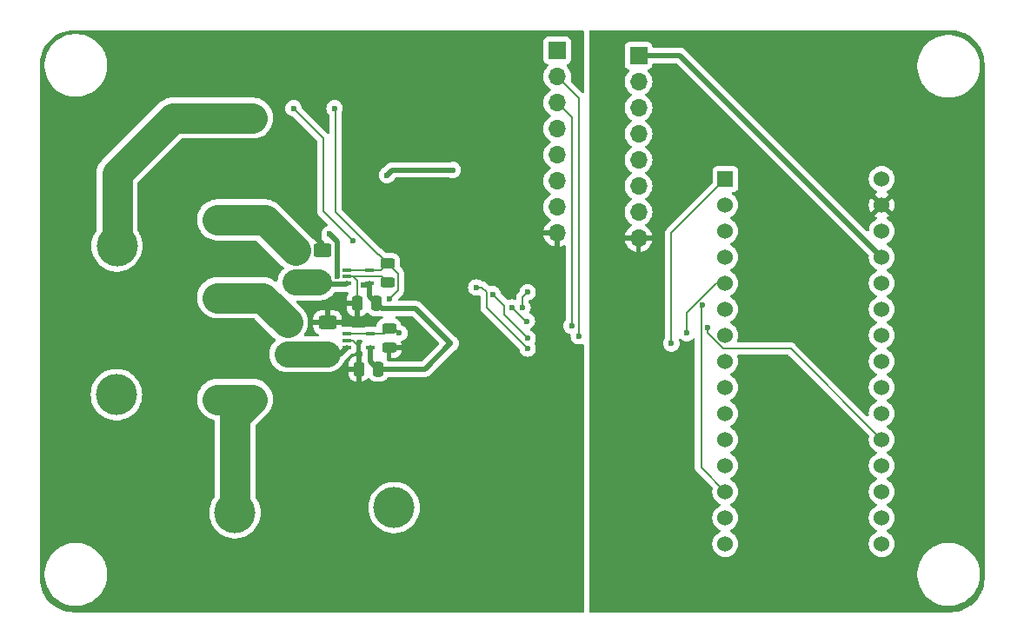
<source format=gbr>
%TF.GenerationSoftware,KiCad,Pcbnew,8.0.5*%
%TF.CreationDate,2025-03-29T10:41:36-05:00*%
%TF.ProjectId,ADC_Board,4144435f-426f-4617-9264-2e6b69636164,rev?*%
%TF.SameCoordinates,Original*%
%TF.FileFunction,Copper,L2,Bot*%
%TF.FilePolarity,Positive*%
%FSLAX46Y46*%
G04 Gerber Fmt 4.6, Leading zero omitted, Abs format (unit mm)*
G04 Created by KiCad (PCBNEW 8.0.5) date 2025-03-29 10:41:36*
%MOMM*%
%LPD*%
G01*
G04 APERTURE LIST*
G04 Aperture macros list*
%AMRoundRect*
0 Rectangle with rounded corners*
0 $1 Rounding radius*
0 $2 $3 $4 $5 $6 $7 $8 $9 X,Y pos of 4 corners*
0 Add a 4 corners polygon primitive as box body*
4,1,4,$2,$3,$4,$5,$6,$7,$8,$9,$2,$3,0*
0 Add four circle primitives for the rounded corners*
1,1,$1+$1,$2,$3*
1,1,$1+$1,$4,$5*
1,1,$1+$1,$6,$7*
1,1,$1+$1,$8,$9*
0 Add four rect primitives between the rounded corners*
20,1,$1+$1,$2,$3,$4,$5,0*
20,1,$1+$1,$4,$5,$6,$7,0*
20,1,$1+$1,$6,$7,$8,$9,0*
20,1,$1+$1,$8,$9,$2,$3,0*%
G04 Aperture macros list end*
%TA.AperFunction,ComponentPad*%
%ADD10C,4.000000*%
%TD*%
%TA.AperFunction,ComponentPad*%
%ADD11R,1.700000X1.700000*%
%TD*%
%TA.AperFunction,ComponentPad*%
%ADD12O,1.700000X1.700000*%
%TD*%
%TA.AperFunction,ComponentPad*%
%ADD13C,2.780000*%
%TD*%
%TA.AperFunction,ComponentPad*%
%ADD14R,1.524000X1.524000*%
%TD*%
%TA.AperFunction,ComponentPad*%
%ADD15C,1.524000*%
%TD*%
%TA.AperFunction,SMDPad,CuDef*%
%ADD16RoundRect,0.250000X0.625000X-0.400000X0.625000X0.400000X-0.625000X0.400000X-0.625000X-0.400000X0*%
%TD*%
%TA.AperFunction,SMDPad,CuDef*%
%ADD17R,0.850900X0.304800*%
%TD*%
%TA.AperFunction,SMDPad,CuDef*%
%ADD18RoundRect,0.250000X-0.250000X-0.475000X0.250000X-0.475000X0.250000X0.475000X-0.250000X0.475000X0*%
%TD*%
%TA.AperFunction,SMDPad,CuDef*%
%ADD19RoundRect,0.243750X-0.456250X0.243750X-0.456250X-0.243750X0.456250X-0.243750X0.456250X0.243750X0*%
%TD*%
%TA.AperFunction,ViaPad*%
%ADD20C,0.600000*%
%TD*%
%TA.AperFunction,Conductor*%
%ADD21C,0.200000*%
%TD*%
%TA.AperFunction,Conductor*%
%ADD22C,0.500000*%
%TD*%
%TA.AperFunction,Conductor*%
%ADD23C,3.000000*%
%TD*%
%TA.AperFunction,Conductor*%
%ADD24C,2.500000*%
%TD*%
G04 APERTURE END LIST*
D10*
%TO.P,J5,1,Pin_1*%
%TO.N,/BATTERY-*%
X181000000Y-95500000D03*
%TD*%
%TO.P,J4,1,Pin_1*%
%TO.N,/ARR-*%
X153950000Y-84500000D03*
%TD*%
D11*
%TO.P,J6,1,Pin_1*%
%TO.N,+5V*%
X196900000Y-50960000D03*
D12*
%TO.P,J6,2,Pin_2*%
%TO.N,/ADC_DRIVER_CLK*%
X196900000Y-53500000D03*
%TO.P,J6,3,Pin_3*%
%TO.N,/MOSI*%
X196900000Y-56040000D03*
%TO.P,J6,4,Pin_4*%
%TO.N,/SPI_CLOCK*%
X196900000Y-58580000D03*
%TO.P,J6,5,Pin_5*%
%TO.N,/SYNC{slash}RESET*%
X196900000Y-61120000D03*
%TO.P,J6,6,Pin_6*%
%TO.N,/MISO*%
X196900000Y-63660000D03*
%TO.P,J6,7,Pin_7*%
%TO.N,/DRDY*%
X196900000Y-66200000D03*
%TO.P,J6,8,Pin_8*%
%TO.N,GND*%
X196900000Y-68740000D03*
%TD*%
D13*
%TO.P,F2,1*%
%TO.N,/BATTERY+*%
X163800000Y-84960000D03*
X167200000Y-84960000D03*
%TO.P,F2,2*%
%TO.N,/BATT+_IN*%
X163800000Y-75040000D03*
X167200000Y-75040000D03*
%TD*%
%TO.P,F1,1*%
%TO.N,/ARR+*%
X167200000Y-57540000D03*
X163800000Y-57540000D03*
%TO.P,F1,2*%
%TO.N,/ARR+_IN*%
X167200000Y-67460000D03*
X163800000Y-67460000D03*
%TD*%
D10*
%TO.P,J1,1,Pin_1*%
%TO.N,/ARR+*%
X154000000Y-70000000D03*
%TD*%
%TO.P,J2,1,Pin_1*%
%TO.N,/BATTERY+*%
X165500000Y-96000000D03*
%TD*%
D14*
%TO.P,U5,1,D1*%
%TO.N,/ADC_DRIVER_CLK_I*%
X213260000Y-63480000D03*
D15*
%TO.P,U5,2,D0*%
%TO.N,/DRDY_I*%
X213260000Y-66020000D03*
%TO.P,U5,3,RST*%
%TO.N,unconnected-(U5-RST-Pad3)*%
X213260000Y-68560000D03*
%TO.P,U5,4,GND*%
%TO.N,unconnected-(U5-GND-Pad4)*%
X213260000Y-71100000D03*
%TO.P,U5,5,D2*%
%TO.N,/MOSI_I*%
X213260000Y-73640000D03*
%TO.P,U5,6,D3*%
%TO.N,unconnected-(U5-D3-Pad6)*%
X213260000Y-76180000D03*
%TO.P,U5,7,D4*%
%TO.N,/SYNC{slash}RESET_I*%
X213260000Y-78720000D03*
%TO.P,U5,8,D5*%
%TO.N,unconnected-(U5-D5-Pad8)*%
X213260000Y-81260000D03*
%TO.P,U5,9,D6*%
%TO.N,unconnected-(U5-D6-Pad9)*%
X213260000Y-83800000D03*
%TO.P,U5,10,D7*%
%TO.N,unconnected-(U5-D7-Pad10)*%
X213260000Y-86340000D03*
%TO.P,U5,11,D8*%
%TO.N,unconnected-(U5-D8-Pad11)*%
X213260000Y-88880000D03*
%TO.P,U5,12,D9*%
%TO.N,unconnected-(U5-D9-Pad12)*%
X213260000Y-91420000D03*
%TO.P,U5,13,D10*%
%TO.N,/MISO_I*%
X213260000Y-93960000D03*
%TO.P,U5,14,D11*%
%TO.N,unconnected-(U5-D11-Pad14)*%
X213260000Y-96500000D03*
%TO.P,U5,15,D12*%
%TO.N,unconnected-(U5-D12-Pad15)*%
X213260000Y-99040000D03*
%TO.P,U5,16,D13*%
%TO.N,unconnected-(U5-D13-Pad16)*%
X228500000Y-99040000D03*
%TO.P,U5,17,+3V3*%
%TO.N,unconnected-(U5-+3V3-Pad17)*%
X228500000Y-96500000D03*
%TO.P,U5,18,AREF*%
%TO.N,unconnected-(U5-AREF-Pad18)*%
X228500000Y-93960000D03*
%TO.P,U5,19,A0*%
%TO.N,unconnected-(U5-A0-Pad19)*%
X228500000Y-91420000D03*
%TO.P,U5,20,A1*%
%TO.N,/SPI_CLOCK_I*%
X228500000Y-88880000D03*
%TO.P,U5,21,A2*%
%TO.N,unconnected-(U5-A2-Pad21)*%
X228500000Y-86340000D03*
%TO.P,U5,22,A3*%
%TO.N,unconnected-(U5-A3-Pad22)*%
X228500000Y-83800000D03*
%TO.P,U5,23,A4*%
%TO.N,unconnected-(U5-A4-Pad23)*%
X228500000Y-81260000D03*
%TO.P,U5,24,A5*%
%TO.N,unconnected-(U5-A5-Pad24)*%
X228500000Y-78720000D03*
%TO.P,U5,25,A6*%
%TO.N,unconnected-(U5-A6-Pad25)*%
X228500000Y-76180000D03*
%TO.P,U5,26,A7*%
%TO.N,unconnected-(U5-A7-Pad26)*%
X228500000Y-73640000D03*
%TO.P,U5,27,+5V*%
%TO.N,+5V_I*%
X228500000Y-71100000D03*
%TO.P,U5,28,RST*%
%TO.N,unconnected-(U5-RST-Pad28)*%
X228500000Y-68560000D03*
%TO.P,U5,29,GND*%
%TO.N,GND_I*%
X228500000Y-66020000D03*
%TO.P,U5,30,VIN*%
%TO.N,unconnected-(U5-VIN-Pad30)*%
X228500000Y-63480000D03*
%TD*%
D11*
%TO.P,J3,1,Pin_1*%
%TO.N,+5V_I*%
X204800000Y-51460000D03*
D12*
%TO.P,J3,2,Pin_2*%
%TO.N,/ADC_DRIVER_CLK_I*%
X204800000Y-54000000D03*
%TO.P,J3,3,Pin_3*%
%TO.N,/MOSI_I*%
X204800000Y-56540000D03*
%TO.P,J3,4,Pin_4*%
%TO.N,/SPI_CLOCK_I*%
X204800000Y-59080000D03*
%TO.P,J3,5,Pin_5*%
%TO.N,/SYNC{slash}RESET_I*%
X204800000Y-61620000D03*
%TO.P,J3,6,Pin_6*%
%TO.N,/MISO_I*%
X204800000Y-64160000D03*
%TO.P,J3,7,Pin_7*%
%TO.N,/DRDY_I*%
X204800000Y-66700000D03*
%TO.P,J3,8,Pin_8*%
%TO.N,GND_I*%
X204800000Y-69240000D03*
%TD*%
D16*
%TO.P,R4,1*%
%TO.N,Net-(U2-IN+)*%
X170600000Y-80550000D03*
%TO.P,R4,2*%
%TO.N,/BATT+_IN*%
X170600000Y-77450000D03*
%TD*%
D17*
%TO.P,U2,1,IN+*%
%TO.N,Net-(U2-IN+)*%
X176424450Y-79864886D03*
%TO.P,U2,2,V-*%
%TO.N,GND*%
X176424450Y-79214900D03*
%TO.P,U2,3,IN-*%
%TO.N,/BATTERY_VOLTAGE+*%
X176424450Y-78564914D03*
%TO.P,U2,4,OUT*%
X178672350Y-78564901D03*
%TO.P,U2,5,V+*%
%TO.N,+5V*%
X178672350Y-79864899D03*
%TD*%
D16*
%TO.P,R1,1*%
%TO.N,Net-(U1-IN+)*%
X171400000Y-73550000D03*
%TO.P,R1,2*%
%TO.N,/ARR+_IN*%
X171400000Y-70450000D03*
%TD*%
D18*
%TO.P,C2,1*%
%TO.N,GND*%
X177414100Y-75611700D03*
%TO.P,C2,2*%
%TO.N,+5V*%
X179314100Y-75611700D03*
%TD*%
%TO.P,C3,1*%
%TO.N,GND*%
X177550000Y-82000000D03*
%TO.P,C3,2*%
%TO.N,+5V*%
X179450000Y-82000000D03*
%TD*%
D17*
%TO.P,U1,1,IN+*%
%TO.N,Net-(U1-IN+)*%
X176376050Y-73649986D03*
%TO.P,U1,2,V-*%
%TO.N,GND*%
X176376050Y-73000000D03*
%TO.P,U1,3,IN-*%
%TO.N,/ARRAY_VOLTAGE+*%
X176376050Y-72350014D03*
%TO.P,U1,4,OUT*%
X178623950Y-72350001D03*
%TO.P,U1,5,V+*%
%TO.N,+5V*%
X178623950Y-73649999D03*
%TD*%
D19*
%TO.P,D2,1,K*%
%TO.N,/ARRAY_VOLTAGE+*%
X180364100Y-71674200D03*
%TO.P,D2,2,A*%
%TO.N,GND*%
X180364100Y-73549200D03*
%TD*%
D16*
%TO.P,R2,1*%
%TO.N,Net-(U1-IN+)*%
X174000000Y-73550000D03*
%TO.P,R2,2*%
%TO.N,GND*%
X174000000Y-70450000D03*
%TD*%
D19*
%TO.P,D3,1,K*%
%TO.N,/BATTERY_VOLTAGE+*%
X180500000Y-78062500D03*
%TO.P,D3,2,A*%
%TO.N,GND*%
X180500000Y-79937500D03*
%TD*%
D16*
%TO.P,R5,1*%
%TO.N,Net-(U2-IN+)*%
X174500000Y-80550000D03*
%TO.P,R5,2*%
%TO.N,GND*%
X174500000Y-77450000D03*
%TD*%
D20*
%TO.N,GND*%
X175900000Y-50700000D03*
X147600000Y-71400000D03*
X165600000Y-50700000D03*
X171800000Y-64800000D03*
X155100000Y-104200000D03*
X147600000Y-66900000D03*
X173700000Y-104200000D03*
X167000000Y-50700000D03*
X170900000Y-104200000D03*
X171600000Y-50700000D03*
X174400000Y-50700000D03*
X147600000Y-56600000D03*
X189400000Y-104200000D03*
X190800000Y-50700000D03*
X147600000Y-75700000D03*
X147600000Y-86200000D03*
X147600000Y-65500000D03*
X192300000Y-50700000D03*
X173300000Y-64800000D03*
X147600000Y-90600000D03*
X170300000Y-64800000D03*
X147600000Y-74300000D03*
X172300000Y-104200000D03*
X159400000Y-104200000D03*
X147600000Y-62500000D03*
X175200000Y-104200000D03*
X147600000Y-96400000D03*
X164200000Y-50700000D03*
X147600000Y-98000000D03*
X147600000Y-64000000D03*
X176700000Y-77100000D03*
X156800000Y-50700000D03*
X147600000Y-69900000D03*
X147600000Y-81600000D03*
X147600000Y-78800000D03*
X157900000Y-104200000D03*
X147600000Y-87600000D03*
X147600000Y-95000000D03*
X170000000Y-50700000D03*
X173000000Y-50700000D03*
X182600000Y-79500000D03*
X160900000Y-104200000D03*
X182600000Y-80700000D03*
X192400000Y-104200000D03*
X190900000Y-104200000D03*
X158200000Y-50700000D03*
X162600000Y-50700000D03*
X161100000Y-50700000D03*
X147600000Y-72900000D03*
X156500000Y-104200000D03*
X147600000Y-84700000D03*
X188000000Y-104200000D03*
X147600000Y-93600000D03*
X147600000Y-92100000D03*
X168500000Y-50700000D03*
X147600000Y-60900000D03*
X147600000Y-68300000D03*
X147600000Y-77300000D03*
X147600000Y-59500000D03*
X147600000Y-83200000D03*
X159600000Y-50700000D03*
X147600000Y-58100000D03*
X147600000Y-89000000D03*
X147600000Y-80200000D03*
%TO.N,+5V*%
X180300000Y-63100000D03*
X175450598Y-73000000D03*
X186500000Y-79500000D03*
X186700000Y-62600000D03*
X178014100Y-73840521D03*
X174725000Y-68842731D03*
%TO.N,GND_I*%
X236900000Y-71400000D03*
X211700000Y-104400000D03*
X236900000Y-95500000D03*
X236900000Y-70000000D03*
X236900000Y-61000000D03*
X217600000Y-50300000D03*
X220600000Y-104400000D03*
X223600000Y-50300000D03*
X236900000Y-59500000D03*
X216100000Y-104400000D03*
X203400000Y-98900000D03*
X211700000Y-50300000D03*
X222100000Y-50300000D03*
X236900000Y-74500000D03*
X225100000Y-50300000D03*
X236900000Y-83500000D03*
X214600000Y-50300000D03*
X223600000Y-104400000D03*
X202000000Y-98900000D03*
X222100000Y-104400000D03*
X204900000Y-98900000D03*
X219200000Y-104400000D03*
X236900000Y-91000000D03*
X236900000Y-97000000D03*
X236900000Y-58000000D03*
X207900000Y-98900000D03*
X236900000Y-63900000D03*
X236900000Y-73000000D03*
X236900000Y-82000000D03*
X236900000Y-89500000D03*
X217600000Y-104400000D03*
X216100000Y-50300000D03*
X236900000Y-78900000D03*
X236900000Y-65500000D03*
X219200000Y-50300000D03*
X236900000Y-92500000D03*
X220600000Y-50300000D03*
X236900000Y-68500000D03*
X206400000Y-98900000D03*
X236900000Y-88000000D03*
X225100000Y-104400000D03*
X236900000Y-67000000D03*
X236900000Y-76000000D03*
X236900000Y-77500000D03*
X214600000Y-104400000D03*
X236900000Y-86400000D03*
X236900000Y-62500000D03*
X236900000Y-80500000D03*
X236900000Y-56400000D03*
X213100000Y-50300000D03*
X213100000Y-104400000D03*
X236900000Y-85000000D03*
X236900000Y-93900000D03*
%TO.N,/ARRAY_CURRENT+*%
X177000000Y-69500000D03*
X171200000Y-56600000D03*
%TO.N,/ARRAY_VOLTAGE+*%
X180584009Y-75138518D03*
X175200000Y-56600000D03*
%TO.N,/BATTERY_VOLTAGE+*%
X181500000Y-78500000D03*
%TO.N,/DRDY*%
X193500000Y-76000000D03*
X194000000Y-74500000D03*
%TO.N,/MOSI*%
X190600000Y-74700000D03*
X194000000Y-79000000D03*
X198300000Y-77800000D03*
%TO.N,/SPI_CLOCK*%
X192500000Y-76000000D03*
X193924265Y-77324265D03*
%TO.N,/ADC_DRIVER_CLK*%
X189000000Y-74050000D03*
X199000000Y-78800000D03*
X194000000Y-80000000D03*
%TO.N,/MOSI_I*%
X209500000Y-78500000D03*
%TO.N,/SPI_CLOCK_I*%
X211500000Y-78000000D03*
%TO.N,/MISO_I*%
X211056129Y-75784345D03*
%TO.N,/ADC_DRIVER_CLK_I*%
X208000000Y-79505000D03*
%TD*%
D21*
%TO.N,GND*%
X177414100Y-73412600D02*
X177414100Y-75611700D01*
D22*
X171800000Y-67600000D02*
X171800000Y-64800000D01*
D21*
X179814900Y-73000000D02*
X176376050Y-73000000D01*
X180364100Y-73549200D02*
X179814900Y-73000000D01*
X177550000Y-79812586D02*
X177550000Y-82000000D01*
X177001500Y-73000000D02*
X177414100Y-73412600D01*
D22*
X174000000Y-70450000D02*
X174000000Y-69800000D01*
D21*
X176376050Y-73000000D02*
X177001500Y-73000000D01*
X176424450Y-79214900D02*
X176952314Y-79214900D01*
D22*
X174000000Y-69800000D02*
X171800000Y-67600000D01*
D21*
X176952314Y-79214900D02*
X177550000Y-79812586D01*
D22*
%TO.N,+5V*%
X179314100Y-75611700D02*
X179814038Y-76111638D01*
X184000000Y-82000000D02*
X186500000Y-79500000D01*
X179814038Y-76111638D02*
X183111638Y-76111638D01*
X178672350Y-81222350D02*
X179450000Y-82000000D01*
X178014100Y-73840521D02*
X178433428Y-73840521D01*
X178623950Y-73649999D02*
X178623950Y-74921550D01*
X180800000Y-62600000D02*
X180300000Y-63100000D01*
X175450598Y-73000000D02*
X175450598Y-69568329D01*
X183111638Y-76111638D02*
X186500000Y-79500000D01*
X178623950Y-74921550D02*
X179314100Y-75611700D01*
X178433428Y-73840521D02*
X178623950Y-73649999D01*
X186700000Y-62600000D02*
X180800000Y-62600000D01*
X175450598Y-69568329D02*
X174725000Y-68842731D01*
X178672350Y-79864899D02*
X178672350Y-81222350D01*
X179450000Y-82000000D02*
X184000000Y-82000000D01*
%TO.N,+5V_I*%
X208860000Y-51460000D02*
X228500000Y-71100000D01*
X204800000Y-51460000D02*
X208860000Y-51460000D01*
D21*
%TO.N,/ARRAY_CURRENT+*%
X177000000Y-69500000D02*
X174100000Y-66600000D01*
X174100000Y-66600000D02*
X174100000Y-59500000D01*
X174100000Y-59500000D02*
X171200000Y-56600000D01*
%TO.N,/ARRAY_VOLTAGE+*%
X179688299Y-72350001D02*
X180364100Y-71674200D01*
X178623950Y-72350001D02*
X179688299Y-72350001D01*
X175300000Y-66700000D02*
X175300000Y-56700000D01*
X178623937Y-72350014D02*
X178623950Y-72350001D01*
X180364100Y-71674200D02*
X181364100Y-72674200D01*
X181364100Y-74358427D02*
X180584009Y-75138518D01*
X175300000Y-66700000D02*
X179410100Y-70810100D01*
X175300000Y-56700000D02*
X175200000Y-56600000D01*
X180364100Y-71674200D02*
X179500000Y-70810100D01*
X181364100Y-72674200D02*
X181364100Y-74358427D01*
X179500000Y-70810100D02*
X179410100Y-70810100D01*
X176376050Y-72350014D02*
X178623937Y-72350014D01*
%TO.N,/BATTERY_VOLTAGE+*%
X178672350Y-78564901D02*
X176424463Y-78564901D01*
X178672350Y-78564901D02*
X179997599Y-78564901D01*
X180500000Y-78062500D02*
X181062500Y-78062500D01*
X179997599Y-78564901D02*
X180500000Y-78062500D01*
X176424463Y-78564901D02*
X176424450Y-78564914D01*
X181062500Y-78062500D02*
X181500000Y-78500000D01*
%TO.N,/DRDY*%
X193500000Y-75000000D02*
X194000000Y-74500000D01*
X193500000Y-76000000D02*
X193500000Y-75000000D01*
%TO.N,/MOSI*%
X198300000Y-57440000D02*
X196900000Y-56040000D01*
X191700000Y-75800000D02*
X191700000Y-76700000D01*
X191700000Y-76700000D02*
X194000000Y-79000000D01*
X190600000Y-74700000D02*
X191700000Y-75800000D01*
X198300000Y-77800000D02*
X198300000Y-57440000D01*
%TO.N,/SPI_CLOCK*%
X193924265Y-77324265D02*
X193824265Y-77324265D01*
X193824265Y-77324265D02*
X192500000Y-76000000D01*
%TO.N,/ADC_DRIVER_CLK*%
X199000000Y-55600000D02*
X196900000Y-53500000D01*
X190000000Y-76000000D02*
X194000000Y-80000000D01*
X190000000Y-74500000D02*
X190000000Y-76000000D01*
X199000000Y-78800000D02*
X199000000Y-55600000D01*
X189000000Y-74050000D02*
X189550000Y-74050000D01*
X189550000Y-74050000D02*
X190000000Y-74500000D01*
%TO.N,/MOSI_I*%
X209500000Y-78500000D02*
X209500000Y-76491945D01*
X209500000Y-76491945D02*
X212351945Y-73640000D01*
X212351945Y-73640000D02*
X213260000Y-73640000D01*
%TO.N,/SPI_CLOCK_I*%
X213038105Y-80000000D02*
X219620000Y-80000000D01*
X211500000Y-78000000D02*
X211500000Y-78461895D01*
X219620000Y-80000000D02*
X228500000Y-88880000D01*
X211500000Y-78461895D02*
X213038105Y-80000000D01*
%TO.N,/MISO_I*%
X211056129Y-75784345D02*
X210900000Y-75940474D01*
X210900000Y-91600000D02*
X213260000Y-93960000D01*
X210900000Y-75940474D02*
X210900000Y-91600000D01*
%TO.N,/ADC_DRIVER_CLK_I*%
X208000000Y-79505000D02*
X208000000Y-68740000D01*
X208000000Y-68740000D02*
X213260000Y-63480000D01*
D23*
%TO.N,/ARR+*%
X154000000Y-63000000D02*
X159460000Y-57540000D01*
X159460000Y-57540000D02*
X163800000Y-57540000D01*
X163800000Y-57540000D02*
X167200000Y-57540000D01*
X154000000Y-70000000D02*
X154000000Y-63000000D01*
%TO.N,/BATTERY+*%
X163800000Y-84960000D02*
X167200000Y-84960000D01*
X165500000Y-86660000D02*
X167200000Y-84960000D01*
X165500000Y-96000000D02*
X165500000Y-86660000D01*
D22*
%TO.N,Net-(U1-IN+)*%
X174000000Y-73550000D02*
X174200000Y-73750000D01*
D24*
X171400000Y-73550000D02*
X173700598Y-73550000D01*
D22*
X174200000Y-73750000D02*
X176276036Y-73750000D01*
X176276036Y-73750000D02*
X176376050Y-73649986D01*
%TO.N,Net-(U2-IN+)*%
X175739336Y-80550000D02*
X176424450Y-79864886D01*
X174500000Y-80550000D02*
X175739336Y-80550000D01*
D24*
X170600000Y-80550000D02*
X174500000Y-80550000D01*
D23*
%TO.N,/ARR+_IN*%
X168410000Y-67460000D02*
X171400000Y-70450000D01*
X167200000Y-67460000D02*
X168410000Y-67460000D01*
X163800000Y-67460000D02*
X167200000Y-67460000D01*
%TO.N,/BATT+_IN*%
X167200000Y-75040000D02*
X168190000Y-75040000D01*
X168190000Y-75040000D02*
X170600000Y-77450000D01*
X163800000Y-75040000D02*
X167200000Y-75040000D01*
%TD*%
%TA.AperFunction,Conductor*%
%TO.N,GND*%
G36*
X182816447Y-76881823D02*
G01*
X182837089Y-76898457D01*
X184118656Y-78180024D01*
X185350951Y-79412318D01*
X185384436Y-79473641D01*
X185379452Y-79543333D01*
X185350951Y-79587680D01*
X183725451Y-81213181D01*
X183664128Y-81246666D01*
X183637770Y-81249500D01*
X180481058Y-81249500D01*
X180414019Y-81229815D01*
X180375519Y-81190597D01*
X180292712Y-81056344D01*
X180286319Y-81049951D01*
X180252834Y-80988628D01*
X180250000Y-80962270D01*
X180250000Y-80925000D01*
X180750000Y-80925000D01*
X181005803Y-80925000D01*
X181005815Y-80924999D01*
X181107673Y-80914592D01*
X181272709Y-80859905D01*
X181272714Y-80859903D01*
X181420691Y-80768629D01*
X181543629Y-80645691D01*
X181634903Y-80497714D01*
X181634905Y-80497709D01*
X181689592Y-80332673D01*
X181699999Y-80230815D01*
X181700000Y-80230802D01*
X181700000Y-80187500D01*
X180750000Y-80187500D01*
X180750000Y-80925000D01*
X180250000Y-80925000D01*
X180250000Y-79811500D01*
X180269685Y-79744461D01*
X180322489Y-79698706D01*
X180374000Y-79687500D01*
X181700000Y-79687500D01*
X181700000Y-79644197D01*
X181699999Y-79644184D01*
X181689592Y-79542326D01*
X181650579Y-79424591D01*
X181648177Y-79354763D01*
X181683909Y-79294721D01*
X181727329Y-79268546D01*
X181849522Y-79225789D01*
X182002262Y-79129816D01*
X182129816Y-79002262D01*
X182225789Y-78849522D01*
X182285368Y-78679255D01*
X182285369Y-78679249D01*
X182305565Y-78500003D01*
X182305565Y-78499996D01*
X182285369Y-78320750D01*
X182285368Y-78320745D01*
X182279869Y-78305031D01*
X182225789Y-78150478D01*
X182225188Y-78149522D01*
X182162688Y-78050054D01*
X182129816Y-77997738D01*
X182002262Y-77870184D01*
X181849521Y-77774210D01*
X181766845Y-77745281D01*
X181710069Y-77704559D01*
X181690093Y-77667243D01*
X181674685Y-77620745D01*
X181635362Y-77502075D01*
X181635358Y-77502069D01*
X181635357Y-77502066D01*
X181544028Y-77354000D01*
X181544025Y-77353996D01*
X181421003Y-77230974D01*
X181420999Y-77230971D01*
X181272933Y-77139642D01*
X181272927Y-77139639D01*
X181272925Y-77139638D01*
X181164904Y-77103843D01*
X181107460Y-77064071D01*
X181080637Y-76999555D01*
X181092952Y-76930780D01*
X181140495Y-76879580D01*
X181203909Y-76862138D01*
X182749408Y-76862138D01*
X182816447Y-76881823D01*
G37*
%TD.AperFunction*%
%TA.AperFunction,Conductor*%
G36*
X176511264Y-74488482D02*
G01*
X176566442Y-74531344D01*
X176589687Y-74597233D01*
X176573620Y-74665230D01*
X176571404Y-74668968D01*
X176479745Y-74817571D01*
X176479741Y-74817580D01*
X176424594Y-74984002D01*
X176424593Y-74984009D01*
X176414100Y-75086713D01*
X176414100Y-75361700D01*
X177540100Y-75361700D01*
X177607139Y-75381385D01*
X177652894Y-75434189D01*
X177664100Y-75485700D01*
X177664100Y-76836699D01*
X177714072Y-76836699D01*
X177714086Y-76836698D01*
X177816797Y-76826205D01*
X177983219Y-76771058D01*
X177983224Y-76771056D01*
X178132445Y-76679015D01*
X178256418Y-76555042D01*
X178258265Y-76552048D01*
X178260069Y-76550424D01*
X178260898Y-76549377D01*
X178261076Y-76549518D01*
X178310210Y-76505321D01*
X178379173Y-76494096D01*
X178443256Y-76521936D01*
X178469343Y-76552041D01*
X178471388Y-76555356D01*
X178595444Y-76679412D01*
X178744766Y-76771514D01*
X178911303Y-76826699D01*
X179014091Y-76837200D01*
X179602536Y-76837199D01*
X179626729Y-76839582D01*
X179740118Y-76862138D01*
X179740120Y-76862138D01*
X179740121Y-76862138D01*
X179796091Y-76862138D01*
X179863130Y-76881823D01*
X179908885Y-76934627D01*
X179918829Y-77003785D01*
X179889804Y-77067341D01*
X179835095Y-77103844D01*
X179727077Y-77139637D01*
X179727066Y-77139642D01*
X179579000Y-77230971D01*
X179578996Y-77230974D01*
X179455974Y-77353996D01*
X179455971Y-77354000D01*
X179364642Y-77502066D01*
X179364637Y-77502077D01*
X179309913Y-77667223D01*
X179299500Y-77769144D01*
X179299500Y-77790493D01*
X179279815Y-77857532D01*
X179227011Y-77903287D01*
X179162248Y-77913783D01*
X179160344Y-77913578D01*
X179145673Y-77912001D01*
X179145668Y-77912001D01*
X178199029Y-77912001D01*
X178199023Y-77912002D01*
X178139416Y-77918409D01*
X178037070Y-77956583D01*
X177993737Y-77964401D01*
X177103029Y-77964401D01*
X177059696Y-77956583D01*
X176957382Y-77918422D01*
X176957383Y-77918422D01*
X176897783Y-77912015D01*
X176897781Y-77912014D01*
X176897773Y-77912014D01*
X176897765Y-77912014D01*
X175999000Y-77912014D01*
X175931961Y-77892329D01*
X175886206Y-77839525D01*
X175875000Y-77788014D01*
X175875000Y-77700000D01*
X173125001Y-77700000D01*
X173125001Y-77899986D01*
X173135494Y-78002697D01*
X173190641Y-78169119D01*
X173190643Y-78169124D01*
X173282684Y-78318345D01*
X173406654Y-78442315D01*
X173555875Y-78534356D01*
X173555880Y-78534358D01*
X173626605Y-78557794D01*
X173684050Y-78597566D01*
X173710873Y-78662082D01*
X173698558Y-78730858D01*
X173651015Y-78782058D01*
X173587601Y-78799500D01*
X172337514Y-78799500D01*
X172270475Y-78779815D01*
X172224720Y-78727011D01*
X172214776Y-78657853D01*
X172239138Y-78600014D01*
X172261897Y-78570353D01*
X172266924Y-78563802D01*
X172398043Y-78336697D01*
X172498398Y-78094419D01*
X172566271Y-77841116D01*
X172600499Y-77581120D01*
X172600499Y-77318881D01*
X172597341Y-77294896D01*
X172585088Y-77201818D01*
X172566271Y-77058885D01*
X172550496Y-77000013D01*
X173125000Y-77000013D01*
X173125000Y-77200000D01*
X174250000Y-77200000D01*
X174750000Y-77200000D01*
X175874999Y-77200000D01*
X175874999Y-77000028D01*
X175874998Y-77000013D01*
X175864505Y-76897302D01*
X175809358Y-76730880D01*
X175809356Y-76730875D01*
X175717315Y-76581654D01*
X175593345Y-76457684D01*
X175444124Y-76365643D01*
X175444119Y-76365641D01*
X175277697Y-76310494D01*
X175277690Y-76310493D01*
X175174986Y-76300000D01*
X174750000Y-76300000D01*
X174750000Y-77200000D01*
X174250000Y-77200000D01*
X174250000Y-76300000D01*
X173825028Y-76300000D01*
X173825012Y-76300001D01*
X173722302Y-76310494D01*
X173555880Y-76365641D01*
X173555875Y-76365643D01*
X173406654Y-76457684D01*
X173282684Y-76581654D01*
X173190643Y-76730875D01*
X173190641Y-76730880D01*
X173135494Y-76897302D01*
X173135493Y-76897309D01*
X173125000Y-77000013D01*
X172550496Y-77000013D01*
X172498398Y-76805581D01*
X172412612Y-76598476D01*
X172398048Y-76563314D01*
X172398041Y-76563299D01*
X172266924Y-76336198D01*
X172113834Y-76136686D01*
X176414101Y-76136686D01*
X176424594Y-76239397D01*
X176479741Y-76405819D01*
X176479743Y-76405824D01*
X176571784Y-76555045D01*
X176695754Y-76679015D01*
X176844975Y-76771056D01*
X176844980Y-76771058D01*
X177011402Y-76826205D01*
X177011409Y-76826206D01*
X177114119Y-76836699D01*
X177164099Y-76836698D01*
X177164100Y-76836698D01*
X177164100Y-75861700D01*
X176414101Y-75861700D01*
X176414101Y-76136686D01*
X172113834Y-76136686D01*
X172107284Y-76128150D01*
X172107278Y-76128143D01*
X171491315Y-75512181D01*
X171457830Y-75450858D01*
X171462814Y-75381167D01*
X171504685Y-75325233D01*
X171570150Y-75300816D01*
X171578996Y-75300500D01*
X173815325Y-75300500D01*
X173815332Y-75300500D01*
X174042836Y-75270548D01*
X174264485Y-75211158D01*
X174476486Y-75123344D01*
X174675210Y-75008611D01*
X174857259Y-74868919D01*
X174857263Y-74868914D01*
X174857268Y-74868911D01*
X175019509Y-74706670D01*
X175019512Y-74706665D01*
X175019517Y-74706661D01*
X175108868Y-74590217D01*
X175140486Y-74549013D01*
X175196914Y-74507811D01*
X175238861Y-74500500D01*
X176349955Y-74500500D01*
X176369985Y-74496515D01*
X176441674Y-74482255D01*
X176511264Y-74488482D01*
G37*
%TD.AperFunction*%
%TA.AperFunction,Conductor*%
G36*
X199437539Y-49007191D02*
G01*
X199483294Y-49059995D01*
X199494500Y-49111506D01*
X199494500Y-54945903D01*
X199474815Y-55012942D01*
X199422011Y-55058697D01*
X199352853Y-55068641D01*
X199289297Y-55039616D01*
X199282819Y-55033584D01*
X198232766Y-53983531D01*
X198199281Y-53922208D01*
X198200672Y-53863757D01*
X198203633Y-53852707D01*
X198235063Y-53735408D01*
X198255659Y-53500000D01*
X198235063Y-53264592D01*
X198187175Y-53085871D01*
X198173905Y-53036344D01*
X198173904Y-53036343D01*
X198173903Y-53036337D01*
X198074035Y-52822171D01*
X198011940Y-52733490D01*
X197938496Y-52628600D01*
X197881096Y-52571200D01*
X197816567Y-52506671D01*
X197783084Y-52445351D01*
X197788068Y-52375659D01*
X197829939Y-52319725D01*
X197860915Y-52302810D01*
X197992331Y-52253796D01*
X198107546Y-52167546D01*
X198193796Y-52052331D01*
X198244091Y-51917483D01*
X198250500Y-51857873D01*
X198250499Y-50062128D01*
X198244091Y-50002517D01*
X198239041Y-49988978D01*
X198193797Y-49867671D01*
X198193793Y-49867664D01*
X198107547Y-49752455D01*
X198107544Y-49752452D01*
X197992335Y-49666206D01*
X197992328Y-49666202D01*
X197857482Y-49615908D01*
X197857483Y-49615908D01*
X197797883Y-49609501D01*
X197797881Y-49609500D01*
X197797873Y-49609500D01*
X197797864Y-49609500D01*
X196002129Y-49609500D01*
X196002123Y-49609501D01*
X195942516Y-49615908D01*
X195807671Y-49666202D01*
X195807664Y-49666206D01*
X195692455Y-49752452D01*
X195692452Y-49752455D01*
X195606206Y-49867664D01*
X195606202Y-49867671D01*
X195555908Y-50002517D01*
X195551291Y-50045465D01*
X195549501Y-50062123D01*
X195549500Y-50062135D01*
X195549500Y-51857870D01*
X195549501Y-51857876D01*
X195555908Y-51917483D01*
X195606202Y-52052328D01*
X195606206Y-52052335D01*
X195692452Y-52167544D01*
X195692455Y-52167547D01*
X195807664Y-52253793D01*
X195807671Y-52253797D01*
X195939081Y-52302810D01*
X195995015Y-52344681D01*
X196019432Y-52410145D01*
X196004580Y-52478418D01*
X195983430Y-52506673D01*
X195861503Y-52628600D01*
X195725965Y-52822169D01*
X195725964Y-52822171D01*
X195626098Y-53036335D01*
X195626094Y-53036344D01*
X195564938Y-53264586D01*
X195564936Y-53264596D01*
X195544341Y-53499999D01*
X195544341Y-53500000D01*
X195564936Y-53735403D01*
X195564938Y-53735413D01*
X195626094Y-53963655D01*
X195626096Y-53963659D01*
X195626097Y-53963663D01*
X195630860Y-53973877D01*
X195725965Y-54177830D01*
X195725967Y-54177834D01*
X195861501Y-54371395D01*
X195861506Y-54371402D01*
X196028597Y-54538493D01*
X196028603Y-54538498D01*
X196214158Y-54668425D01*
X196257783Y-54723002D01*
X196264977Y-54792500D01*
X196233454Y-54854855D01*
X196214158Y-54871575D01*
X196028597Y-55001505D01*
X195861505Y-55168597D01*
X195725965Y-55362169D01*
X195725964Y-55362171D01*
X195626098Y-55576335D01*
X195626094Y-55576344D01*
X195564938Y-55804586D01*
X195564936Y-55804596D01*
X195544341Y-56039999D01*
X195544341Y-56040000D01*
X195564936Y-56275403D01*
X195564938Y-56275413D01*
X195626094Y-56503655D01*
X195626096Y-56503659D01*
X195626097Y-56503663D01*
X195695878Y-56653309D01*
X195725965Y-56717830D01*
X195725967Y-56717834D01*
X195861501Y-56911395D01*
X195861506Y-56911402D01*
X196028597Y-57078493D01*
X196028603Y-57078498D01*
X196214158Y-57208425D01*
X196257783Y-57263002D01*
X196264977Y-57332500D01*
X196233454Y-57394855D01*
X196214158Y-57411575D01*
X196028597Y-57541505D01*
X195861505Y-57708597D01*
X195725965Y-57902169D01*
X195725964Y-57902171D01*
X195626098Y-58116335D01*
X195626094Y-58116344D01*
X195564938Y-58344586D01*
X195564936Y-58344596D01*
X195544341Y-58579999D01*
X195544341Y-58580000D01*
X195564936Y-58815403D01*
X195564938Y-58815413D01*
X195626094Y-59043655D01*
X195626096Y-59043659D01*
X195626097Y-59043663D01*
X195702227Y-59206924D01*
X195725965Y-59257830D01*
X195725967Y-59257834D01*
X195804587Y-59370114D01*
X195852399Y-59438397D01*
X195861501Y-59451395D01*
X195861506Y-59451402D01*
X196028597Y-59618493D01*
X196028603Y-59618498D01*
X196214158Y-59748425D01*
X196257783Y-59803002D01*
X196264977Y-59872500D01*
X196233454Y-59934855D01*
X196214158Y-59951575D01*
X196028597Y-60081505D01*
X195861505Y-60248597D01*
X195725965Y-60442169D01*
X195725964Y-60442171D01*
X195626098Y-60656335D01*
X195626094Y-60656344D01*
X195564938Y-60884586D01*
X195564936Y-60884596D01*
X195544341Y-61119999D01*
X195544341Y-61120000D01*
X195564936Y-61355403D01*
X195564938Y-61355413D01*
X195626094Y-61583655D01*
X195626096Y-61583659D01*
X195626097Y-61583663D01*
X195643041Y-61619999D01*
X195725965Y-61797830D01*
X195725967Y-61797834D01*
X195804587Y-61910114D01*
X195844988Y-61967813D01*
X195861501Y-61991395D01*
X195861506Y-61991402D01*
X196028597Y-62158493D01*
X196028603Y-62158498D01*
X196214158Y-62288425D01*
X196257783Y-62343002D01*
X196264977Y-62412500D01*
X196233454Y-62474855D01*
X196214158Y-62491575D01*
X196028597Y-62621505D01*
X195861505Y-62788597D01*
X195725965Y-62982169D01*
X195725964Y-62982171D01*
X195626098Y-63196335D01*
X195626094Y-63196344D01*
X195564938Y-63424586D01*
X195564936Y-63424596D01*
X195544341Y-63659999D01*
X195544341Y-63660000D01*
X195564936Y-63895403D01*
X195564938Y-63895413D01*
X195626094Y-64123655D01*
X195626096Y-64123659D01*
X195626097Y-64123663D01*
X195683500Y-64246764D01*
X195725965Y-64337830D01*
X195725967Y-64337834D01*
X195861501Y-64531395D01*
X195861506Y-64531402D01*
X196028597Y-64698493D01*
X196028603Y-64698498D01*
X196214158Y-64828425D01*
X196257783Y-64883002D01*
X196264977Y-64952500D01*
X196233454Y-65014855D01*
X196214158Y-65031575D01*
X196028597Y-65161505D01*
X195861505Y-65328597D01*
X195725965Y-65522169D01*
X195725964Y-65522171D01*
X195626098Y-65736335D01*
X195626094Y-65736344D01*
X195564938Y-65964586D01*
X195564936Y-65964596D01*
X195544341Y-66199999D01*
X195544341Y-66200000D01*
X195564936Y-66435403D01*
X195564938Y-66435413D01*
X195626094Y-66663655D01*
X195626096Y-66663659D01*
X195626097Y-66663663D01*
X195725965Y-66877830D01*
X195861505Y-67071401D01*
X196028599Y-67238495D01*
X196187527Y-67349778D01*
X196214594Y-67368730D01*
X196258219Y-67423307D01*
X196265413Y-67492805D01*
X196233890Y-67555160D01*
X196214595Y-67571880D01*
X196028922Y-67701890D01*
X196028920Y-67701891D01*
X195861891Y-67868920D01*
X195861886Y-67868926D01*
X195726400Y-68062420D01*
X195726399Y-68062422D01*
X195626570Y-68276507D01*
X195626567Y-68276513D01*
X195569364Y-68489999D01*
X195569364Y-68490000D01*
X196466988Y-68490000D01*
X196434075Y-68547007D01*
X196400000Y-68674174D01*
X196400000Y-68805826D01*
X196434075Y-68932993D01*
X196466988Y-68990000D01*
X195569364Y-68990000D01*
X195626567Y-69203486D01*
X195626570Y-69203492D01*
X195726399Y-69417578D01*
X195861894Y-69611082D01*
X196028917Y-69778105D01*
X196222421Y-69913600D01*
X196436507Y-70013429D01*
X196436516Y-70013433D01*
X196650000Y-70070634D01*
X196650000Y-69173012D01*
X196707007Y-69205925D01*
X196834174Y-69240000D01*
X196965826Y-69240000D01*
X197092993Y-69205925D01*
X197150000Y-69173012D01*
X197150000Y-70070633D01*
X197363483Y-70013433D01*
X197363492Y-70013429D01*
X197523095Y-69939006D01*
X197592173Y-69928514D01*
X197655957Y-69957034D01*
X197694196Y-70015510D01*
X197699500Y-70051388D01*
X197699500Y-77217587D01*
X197679815Y-77284626D01*
X197672450Y-77294896D01*
X197670186Y-77297734D01*
X197574211Y-77450476D01*
X197514631Y-77620745D01*
X197514630Y-77620750D01*
X197494435Y-77799996D01*
X197494435Y-77800003D01*
X197514630Y-77979249D01*
X197514631Y-77979254D01*
X197574211Y-78149523D01*
X197625749Y-78231544D01*
X197670184Y-78302262D01*
X197797738Y-78429816D01*
X197871951Y-78476447D01*
X197905833Y-78497737D01*
X197950478Y-78525789D01*
X198041943Y-78557794D01*
X198121568Y-78585656D01*
X198178344Y-78626378D01*
X198204091Y-78691331D01*
X198203833Y-78716581D01*
X198194435Y-78799995D01*
X198194435Y-78800003D01*
X198214630Y-78979249D01*
X198214631Y-78979254D01*
X198274211Y-79149523D01*
X198359569Y-79285368D01*
X198370184Y-79302262D01*
X198497738Y-79429816D01*
X198512262Y-79438942D01*
X198606608Y-79498224D01*
X198650478Y-79525789D01*
X198792207Y-79575382D01*
X198820745Y-79585368D01*
X198820750Y-79585369D01*
X198999996Y-79605565D01*
X199000000Y-79605565D01*
X199000004Y-79605565D01*
X199179249Y-79585369D01*
X199179251Y-79585368D01*
X199179255Y-79585368D01*
X199179258Y-79585366D01*
X199179262Y-79585366D01*
X199329545Y-79532780D01*
X199399324Y-79529218D01*
X199459951Y-79563946D01*
X199492179Y-79625940D01*
X199494500Y-79649821D01*
X199494500Y-105575500D01*
X199474815Y-105642539D01*
X199422011Y-105688294D01*
X199370500Y-105699500D01*
X149803246Y-105699500D01*
X149796756Y-105699330D01*
X149461594Y-105681764D01*
X149448686Y-105680407D01*
X149120419Y-105628415D01*
X149107723Y-105625717D01*
X148786673Y-105539692D01*
X148774329Y-105535681D01*
X148464039Y-105416572D01*
X148452182Y-105411293D01*
X148156029Y-105260395D01*
X148144802Y-105253913D01*
X147866056Y-105072893D01*
X147855555Y-105065264D01*
X147597250Y-104856092D01*
X147587605Y-104847407D01*
X147352592Y-104612394D01*
X147343907Y-104602749D01*
X147134735Y-104344444D01*
X147127106Y-104333943D01*
X147000455Y-104138918D01*
X146946083Y-104055191D01*
X146939607Y-104043977D01*
X146788701Y-103747807D01*
X146783432Y-103735971D01*
X146664316Y-103425665D01*
X146660307Y-103413326D01*
X146652892Y-103385654D01*
X146574280Y-103092270D01*
X146571584Y-103079580D01*
X146558152Y-102994776D01*
X146519592Y-102751313D01*
X146518235Y-102738405D01*
X146500670Y-102403243D01*
X146500500Y-102396753D01*
X146500500Y-102325901D01*
X146500479Y-102325614D01*
X146500350Y-101828795D01*
X146951500Y-101828795D01*
X146951500Y-102171204D01*
X146989835Y-102511434D01*
X146989837Y-102511450D01*
X147066027Y-102845262D01*
X147066031Y-102845274D01*
X147179113Y-103168441D01*
X147179119Y-103168455D01*
X147327676Y-103476937D01*
X147327678Y-103476940D01*
X147509846Y-103766859D01*
X147723329Y-104034558D01*
X147965442Y-104276671D01*
X148233141Y-104490154D01*
X148523060Y-104672322D01*
X148831552Y-104820884D01*
X148907350Y-104847407D01*
X149154725Y-104933968D01*
X149154737Y-104933972D01*
X149488553Y-105010163D01*
X149828796Y-105048499D01*
X149828797Y-105048500D01*
X149828800Y-105048500D01*
X150171203Y-105048500D01*
X150171203Y-105048499D01*
X150511447Y-105010163D01*
X150845263Y-104933972D01*
X151168448Y-104820884D01*
X151476940Y-104672322D01*
X151766859Y-104490154D01*
X152034558Y-104276671D01*
X152276671Y-104034558D01*
X152490154Y-103766859D01*
X152672322Y-103476940D01*
X152820884Y-103168448D01*
X152933972Y-102845263D01*
X153010163Y-102511447D01*
X153048500Y-102171200D01*
X153048500Y-101828800D01*
X153010163Y-101488553D01*
X152933972Y-101154737D01*
X152888680Y-101025302D01*
X152820886Y-100831558D01*
X152820884Y-100831552D01*
X152672322Y-100523060D01*
X152490154Y-100233141D01*
X152276671Y-99965442D01*
X152034558Y-99723329D01*
X151766859Y-99509846D01*
X151476940Y-99327678D01*
X151476937Y-99327676D01*
X151168455Y-99179119D01*
X151168441Y-99179113D01*
X150845274Y-99066031D01*
X150845262Y-99066027D01*
X150511450Y-98989837D01*
X150511434Y-98989835D01*
X150171204Y-98951500D01*
X150171200Y-98951500D01*
X149828800Y-98951500D01*
X149828795Y-98951500D01*
X149488565Y-98989835D01*
X149488549Y-98989837D01*
X149154737Y-99066027D01*
X149154725Y-99066031D01*
X148831558Y-99179113D01*
X148831544Y-99179119D01*
X148523062Y-99327676D01*
X148233142Y-99509845D01*
X147965442Y-99723328D01*
X147723328Y-99965442D01*
X147509845Y-100233142D01*
X147327676Y-100523062D01*
X147179119Y-100831544D01*
X147179113Y-100831558D01*
X147066031Y-101154725D01*
X147066027Y-101154737D01*
X146989837Y-101488549D01*
X146989835Y-101488565D01*
X146951500Y-101828795D01*
X146500350Y-101828795D01*
X146495857Y-84499994D01*
X151444556Y-84499994D01*
X151444556Y-84500005D01*
X151464310Y-84814004D01*
X151464311Y-84814011D01*
X151467149Y-84828886D01*
X151523269Y-85123079D01*
X151523270Y-85123081D01*
X151620497Y-85422316D01*
X151620499Y-85422321D01*
X151754461Y-85707003D01*
X151754464Y-85707009D01*
X151923051Y-85972661D01*
X151923054Y-85972665D01*
X152123606Y-86215090D01*
X152123608Y-86215092D01*
X152352968Y-86430476D01*
X152352978Y-86430484D01*
X152607504Y-86615408D01*
X152607509Y-86615410D01*
X152607516Y-86615416D01*
X152883234Y-86766994D01*
X152883239Y-86766996D01*
X152883241Y-86766997D01*
X152883242Y-86766998D01*
X153175771Y-86882818D01*
X153175774Y-86882819D01*
X153478474Y-86960539D01*
X153480527Y-86961066D01*
X153546010Y-86969338D01*
X153792670Y-87000499D01*
X153792679Y-87000499D01*
X153792682Y-87000500D01*
X153792684Y-87000500D01*
X154107316Y-87000500D01*
X154107318Y-87000500D01*
X154107321Y-87000499D01*
X154107329Y-87000499D01*
X154293593Y-86976968D01*
X154419473Y-86961066D01*
X154724225Y-86882819D01*
X154724228Y-86882818D01*
X155016757Y-86766998D01*
X155016758Y-86766997D01*
X155016756Y-86766997D01*
X155016766Y-86766994D01*
X155292484Y-86615416D01*
X155547030Y-86430478D01*
X155776390Y-86215094D01*
X155976947Y-85972663D01*
X156145537Y-85707007D01*
X156279503Y-85422315D01*
X156376731Y-85123079D01*
X156432854Y-84828872D01*
X161799500Y-84828872D01*
X161799500Y-85091127D01*
X161826123Y-85293339D01*
X161833730Y-85351116D01*
X161901602Y-85604418D01*
X161901605Y-85604428D01*
X162001953Y-85846690D01*
X162001958Y-85846700D01*
X162133075Y-86073803D01*
X162292718Y-86281851D01*
X162292726Y-86281860D01*
X162478140Y-86467274D01*
X162478148Y-86467281D01*
X162686196Y-86626924D01*
X162913299Y-86758041D01*
X162913309Y-86758046D01*
X163083280Y-86828450D01*
X163155581Y-86858398D01*
X163407596Y-86925924D01*
X163467254Y-86962288D01*
X163497783Y-87025135D01*
X163499500Y-87045698D01*
X163499500Y-94450724D01*
X163479815Y-94517763D01*
X163475199Y-94524082D01*
X163475342Y-94524186D01*
X163473051Y-94527338D01*
X163304464Y-94792990D01*
X163304461Y-94792996D01*
X163170499Y-95077678D01*
X163170497Y-95077683D01*
X163073270Y-95376916D01*
X163014311Y-95685988D01*
X163014310Y-95685995D01*
X162994556Y-95999994D01*
X162994556Y-96000005D01*
X163014310Y-96314004D01*
X163014311Y-96314011D01*
X163014312Y-96314015D01*
X163049790Y-96500000D01*
X163073270Y-96623083D01*
X163170497Y-96922316D01*
X163170499Y-96922321D01*
X163304461Y-97207003D01*
X163304464Y-97207009D01*
X163473051Y-97472661D01*
X163473054Y-97472665D01*
X163673606Y-97715090D01*
X163673608Y-97715092D01*
X163673610Y-97715094D01*
X163852219Y-97882819D01*
X163902968Y-97930476D01*
X163902978Y-97930484D01*
X164157504Y-98115408D01*
X164157509Y-98115410D01*
X164157516Y-98115416D01*
X164433234Y-98266994D01*
X164433239Y-98266996D01*
X164433241Y-98266997D01*
X164433242Y-98266998D01*
X164725771Y-98382818D01*
X164725774Y-98382819D01*
X165018169Y-98457893D01*
X165030527Y-98461066D01*
X165096010Y-98469338D01*
X165342670Y-98500499D01*
X165342679Y-98500499D01*
X165342682Y-98500500D01*
X165342684Y-98500500D01*
X165657316Y-98500500D01*
X165657318Y-98500500D01*
X165657321Y-98500499D01*
X165657329Y-98500499D01*
X165843593Y-98476968D01*
X165969473Y-98461066D01*
X166274225Y-98382819D01*
X166381058Y-98340521D01*
X166566757Y-98266998D01*
X166566758Y-98266997D01*
X166566756Y-98266997D01*
X166566766Y-98266994D01*
X166842484Y-98115416D01*
X167097030Y-97930478D01*
X167326390Y-97715094D01*
X167526947Y-97472663D01*
X167695537Y-97207007D01*
X167829503Y-96922315D01*
X167926731Y-96623079D01*
X167985688Y-96314015D01*
X167990338Y-96240106D01*
X168005444Y-96000005D01*
X168005444Y-95999994D01*
X167985689Y-95685995D01*
X167985688Y-95685988D01*
X167985688Y-95685985D01*
X167950208Y-95499994D01*
X178494556Y-95499994D01*
X178494556Y-95500005D01*
X178514310Y-95814004D01*
X178514311Y-95814011D01*
X178514312Y-95814015D01*
X178572691Y-96120051D01*
X178573270Y-96123083D01*
X178670497Y-96422316D01*
X178670499Y-96422321D01*
X178804461Y-96707003D01*
X178804464Y-96707009D01*
X178973051Y-96972661D01*
X178973054Y-96972665D01*
X179173606Y-97215090D01*
X179173608Y-97215092D01*
X179173610Y-97215094D01*
X179397644Y-97425476D01*
X179402968Y-97430476D01*
X179402978Y-97430484D01*
X179657504Y-97615408D01*
X179657509Y-97615410D01*
X179657516Y-97615416D01*
X179933234Y-97766994D01*
X179933239Y-97766996D01*
X179933241Y-97766997D01*
X179933242Y-97766998D01*
X180225771Y-97882818D01*
X180225774Y-97882819D01*
X180530523Y-97961065D01*
X180530527Y-97961066D01*
X180596010Y-97969338D01*
X180842670Y-98000499D01*
X180842679Y-98000499D01*
X180842682Y-98000500D01*
X180842684Y-98000500D01*
X181157316Y-98000500D01*
X181157318Y-98000500D01*
X181157321Y-98000499D01*
X181157329Y-98000499D01*
X181343593Y-97976968D01*
X181469473Y-97961066D01*
X181774225Y-97882819D01*
X181774228Y-97882818D01*
X182066757Y-97766998D01*
X182066758Y-97766997D01*
X182066756Y-97766997D01*
X182066766Y-97766994D01*
X182342484Y-97615416D01*
X182597030Y-97430478D01*
X182826390Y-97215094D01*
X183026947Y-96972663D01*
X183195537Y-96707007D01*
X183329503Y-96422315D01*
X183426731Y-96123079D01*
X183485688Y-95814015D01*
X183486537Y-95800521D01*
X183505444Y-95500005D01*
X183505444Y-95499994D01*
X183485689Y-95185995D01*
X183485688Y-95185988D01*
X183485688Y-95185985D01*
X183426731Y-94876921D01*
X183329503Y-94577685D01*
X183305811Y-94527338D01*
X183195538Y-94292996D01*
X183195537Y-94292993D01*
X183026947Y-94027337D01*
X182971241Y-93960000D01*
X182826393Y-93784909D01*
X182826391Y-93784907D01*
X182736090Y-93700108D01*
X182597030Y-93569522D01*
X182597027Y-93569520D01*
X182597021Y-93569515D01*
X182342495Y-93384591D01*
X182342488Y-93384586D01*
X182342484Y-93384584D01*
X182066766Y-93233006D01*
X182066763Y-93233004D01*
X182066758Y-93233002D01*
X182066757Y-93233001D01*
X181774228Y-93117181D01*
X181774225Y-93117180D01*
X181469476Y-93038934D01*
X181469463Y-93038932D01*
X181157329Y-92999500D01*
X181157318Y-92999500D01*
X180842682Y-92999500D01*
X180842670Y-92999500D01*
X180530536Y-93038932D01*
X180530523Y-93038934D01*
X180225774Y-93117180D01*
X180225771Y-93117181D01*
X179933242Y-93233001D01*
X179933241Y-93233002D01*
X179657516Y-93384584D01*
X179657504Y-93384591D01*
X179402978Y-93569515D01*
X179402968Y-93569523D01*
X179173608Y-93784907D01*
X179173606Y-93784909D01*
X178973054Y-94027334D01*
X178973051Y-94027338D01*
X178804464Y-94292990D01*
X178804461Y-94292996D01*
X178670499Y-94577678D01*
X178670497Y-94577683D01*
X178573270Y-94876916D01*
X178514311Y-95185988D01*
X178514310Y-95185995D01*
X178494556Y-95499994D01*
X167950208Y-95499994D01*
X167926731Y-95376921D01*
X167829503Y-95077685D01*
X167695537Y-94792993D01*
X167609034Y-94656685D01*
X167526948Y-94527338D01*
X167524658Y-94524186D01*
X167526092Y-94523143D01*
X167501381Y-94465476D01*
X167500500Y-94450724D01*
X167500500Y-87539996D01*
X167520185Y-87472957D01*
X167536819Y-87452315D01*
X168707278Y-86281856D01*
X168707283Y-86281851D01*
X168809021Y-86149263D01*
X168866924Y-86073803D01*
X168998043Y-85846697D01*
X169098398Y-85604419D01*
X169113998Y-85546198D01*
X169166271Y-85351116D01*
X169196292Y-85123079D01*
X169200500Y-85091120D01*
X169200500Y-84828880D01*
X169198541Y-84814004D01*
X169178200Y-84659500D01*
X169178200Y-84659499D01*
X169173579Y-84624396D01*
X169166271Y-84568884D01*
X169098398Y-84315581D01*
X168998043Y-84073303D01*
X168866924Y-83846197D01*
X168831476Y-83800000D01*
X168765155Y-83713569D01*
X168765152Y-83713566D01*
X168707284Y-83638150D01*
X168707278Y-83638143D01*
X168521856Y-83452721D01*
X168521849Y-83452715D01*
X168337874Y-83311547D01*
X168337872Y-83311545D01*
X168313803Y-83293076D01*
X168086700Y-83161958D01*
X168086690Y-83161954D01*
X167844419Y-83061602D01*
X167716545Y-83027338D01*
X167591116Y-82993729D01*
X167591115Y-82993728D01*
X167591112Y-82993728D01*
X167495685Y-82981165D01*
X167469146Y-82977671D01*
X167469145Y-82977670D01*
X167331121Y-82959500D01*
X167331120Y-82959500D01*
X163668880Y-82959500D01*
X163668872Y-82959500D01*
X163437772Y-82989926D01*
X163408884Y-82993730D01*
X163283457Y-83027338D01*
X163155581Y-83061602D01*
X163155571Y-83061605D01*
X162913309Y-83161953D01*
X162913299Y-83161958D01*
X162686196Y-83293075D01*
X162478148Y-83452718D01*
X162292718Y-83638148D01*
X162133075Y-83846196D01*
X162001958Y-84073299D01*
X162001953Y-84073309D01*
X161901605Y-84315571D01*
X161901602Y-84315580D01*
X161901602Y-84315581D01*
X161833730Y-84568884D01*
X161832848Y-84575585D01*
X161799500Y-84828872D01*
X156432854Y-84828872D01*
X156435688Y-84814015D01*
X156440730Y-84733878D01*
X156455444Y-84500005D01*
X156455444Y-84499994D01*
X156435689Y-84185995D01*
X156435688Y-84185988D01*
X156435688Y-84185985D01*
X156376731Y-83876921D01*
X156279503Y-83577685D01*
X156145537Y-83292993D01*
X156002570Y-83067712D01*
X155976948Y-83027338D01*
X155976945Y-83027334D01*
X155776393Y-82784909D01*
X155776391Y-82784907D01*
X155547031Y-82569523D01*
X155547021Y-82569515D01*
X155485732Y-82524986D01*
X176550001Y-82524986D01*
X176560494Y-82627697D01*
X176615641Y-82794119D01*
X176615643Y-82794124D01*
X176707684Y-82943345D01*
X176831654Y-83067315D01*
X176980875Y-83159356D01*
X176980880Y-83159358D01*
X177147302Y-83214505D01*
X177147309Y-83214506D01*
X177250019Y-83224999D01*
X177299999Y-83224998D01*
X177300000Y-83224998D01*
X177300000Y-82250000D01*
X176550001Y-82250000D01*
X176550001Y-82524986D01*
X155485732Y-82524986D01*
X155292495Y-82384591D01*
X155292488Y-82384586D01*
X155292484Y-82384584D01*
X155016766Y-82233006D01*
X155016763Y-82233004D01*
X155016758Y-82233002D01*
X155016757Y-82233001D01*
X154724228Y-82117181D01*
X154724225Y-82117180D01*
X154419476Y-82038934D01*
X154419463Y-82038932D01*
X154107329Y-81999500D01*
X154107318Y-81999500D01*
X153792682Y-81999500D01*
X153792670Y-81999500D01*
X153480536Y-82038932D01*
X153480523Y-82038934D01*
X153175774Y-82117180D01*
X153175771Y-82117181D01*
X152883242Y-82233001D01*
X152883241Y-82233002D01*
X152607516Y-82384584D01*
X152607504Y-82384591D01*
X152352978Y-82569515D01*
X152352968Y-82569523D01*
X152123608Y-82784907D01*
X152123606Y-82784909D01*
X151923054Y-83027334D01*
X151923051Y-83027338D01*
X151754464Y-83292990D01*
X151754461Y-83292996D01*
X151620499Y-83577678D01*
X151620497Y-83577683D01*
X151523270Y-83876916D01*
X151464311Y-84185988D01*
X151464310Y-84185995D01*
X151444556Y-84499994D01*
X146495857Y-84499994D01*
X146492098Y-69999994D01*
X151494556Y-69999994D01*
X151494556Y-70000005D01*
X151514310Y-70314004D01*
X151514311Y-70314011D01*
X151573270Y-70623083D01*
X151670497Y-70922316D01*
X151670499Y-70922321D01*
X151804461Y-71207003D01*
X151804464Y-71207009D01*
X151973051Y-71472661D01*
X151973054Y-71472665D01*
X152173606Y-71715090D01*
X152173608Y-71715092D01*
X152173610Y-71715094D01*
X152219388Y-71758082D01*
X152402968Y-71930476D01*
X152402978Y-71930484D01*
X152657504Y-72115408D01*
X152657509Y-72115410D01*
X152657516Y-72115416D01*
X152933234Y-72266994D01*
X152933239Y-72266996D01*
X152933241Y-72266997D01*
X152933242Y-72266998D01*
X153225771Y-72382818D01*
X153225774Y-72382819D01*
X153457882Y-72442414D01*
X153530527Y-72461066D01*
X153596010Y-72469338D01*
X153842670Y-72500499D01*
X153842679Y-72500499D01*
X153842682Y-72500500D01*
X153842684Y-72500500D01*
X154157316Y-72500500D01*
X154157318Y-72500500D01*
X154157321Y-72500499D01*
X154157329Y-72500499D01*
X154343593Y-72476968D01*
X154469473Y-72461066D01*
X154774225Y-72382819D01*
X154774228Y-72382818D01*
X155066757Y-72266998D01*
X155066758Y-72266997D01*
X155066756Y-72266997D01*
X155066766Y-72266994D01*
X155342484Y-72115416D01*
X155597030Y-71930478D01*
X155826390Y-71715094D01*
X156026947Y-71472663D01*
X156195537Y-71207007D01*
X156329503Y-70922315D01*
X156426731Y-70623079D01*
X156485688Y-70314015D01*
X156486220Y-70305565D01*
X156505444Y-70000005D01*
X156505444Y-69999994D01*
X156485689Y-69685995D01*
X156485688Y-69685988D01*
X156485688Y-69685985D01*
X156426731Y-69376921D01*
X156329503Y-69077685D01*
X156315748Y-69048455D01*
X156244797Y-68897676D01*
X156195537Y-68792993D01*
X156119733Y-68673545D01*
X156026948Y-68527338D01*
X156024658Y-68524186D01*
X156026092Y-68523143D01*
X156001381Y-68465476D01*
X156000500Y-68450724D01*
X156000500Y-67328872D01*
X161799500Y-67328872D01*
X161799500Y-67591127D01*
X161819051Y-67739619D01*
X161833730Y-67851116D01*
X161892793Y-68071542D01*
X161901602Y-68104418D01*
X161901605Y-68104428D01*
X162001953Y-68346690D01*
X162001958Y-68346700D01*
X162133075Y-68573803D01*
X162292718Y-68781851D01*
X162292726Y-68781860D01*
X162478140Y-68967274D01*
X162478148Y-68967281D01*
X162478149Y-68967282D01*
X162526554Y-69004424D01*
X162686196Y-69126924D01*
X162913299Y-69258041D01*
X162913309Y-69258046D01*
X163155571Y-69358394D01*
X163155581Y-69358398D01*
X163408884Y-69426270D01*
X163668880Y-69460500D01*
X167068880Y-69460500D01*
X167530004Y-69460500D01*
X167597043Y-69480185D01*
X167617685Y-69496819D01*
X170078143Y-71957278D01*
X170078150Y-71957284D01*
X170214363Y-72061804D01*
X170255566Y-72118232D01*
X170259721Y-72187978D01*
X170226558Y-72247861D01*
X170081081Y-72393338D01*
X169941392Y-72575382D01*
X169826657Y-72774109D01*
X169826650Y-72774123D01*
X169738842Y-72986112D01*
X169679453Y-73207759D01*
X169679451Y-73207770D01*
X169653251Y-73406770D01*
X169624984Y-73470666D01*
X169566659Y-73509137D01*
X169496795Y-73509968D01*
X169454826Y-73488960D01*
X169383891Y-73434530D01*
X169383889Y-73434528D01*
X169303802Y-73373075D01*
X169076700Y-73241958D01*
X169076690Y-73241954D01*
X168834414Y-73141600D01*
X168829518Y-73140288D01*
X168828590Y-73140040D01*
X168581116Y-73073729D01*
X168581115Y-73073728D01*
X168581112Y-73073728D01*
X168440013Y-73055153D01*
X168321127Y-73039500D01*
X168321120Y-73039500D01*
X167331120Y-73039500D01*
X163668880Y-73039500D01*
X163668872Y-73039500D01*
X163437772Y-73069926D01*
X163408884Y-73073730D01*
X163161407Y-73140041D01*
X163155581Y-73141602D01*
X163155571Y-73141605D01*
X162913309Y-73241953D01*
X162913299Y-73241958D01*
X162686196Y-73373075D01*
X162478148Y-73532718D01*
X162292718Y-73718148D01*
X162133075Y-73926196D01*
X162001958Y-74153299D01*
X162001953Y-74153309D01*
X161901605Y-74395571D01*
X161901602Y-74395581D01*
X161838445Y-74631290D01*
X161833730Y-74648885D01*
X161799500Y-74908872D01*
X161799500Y-75171127D01*
X161819032Y-75319478D01*
X161833730Y-75431116D01*
X161898427Y-75672568D01*
X161901602Y-75684418D01*
X161901605Y-75684428D01*
X162001953Y-75926690D01*
X162001958Y-75926700D01*
X162133075Y-76153803D01*
X162292718Y-76361851D01*
X162292726Y-76361860D01*
X162478140Y-76547274D01*
X162478148Y-76547281D01*
X162478149Y-76547282D01*
X162499023Y-76563299D01*
X162686196Y-76706924D01*
X162913299Y-76838041D01*
X162913309Y-76838046D01*
X163146477Y-76934627D01*
X163155581Y-76938398D01*
X163408884Y-77006270D01*
X163668880Y-77040500D01*
X167068880Y-77040500D01*
X167310004Y-77040500D01*
X167377043Y-77060185D01*
X167397685Y-77076819D01*
X169278143Y-78957278D01*
X169278150Y-78957284D01*
X169414363Y-79061804D01*
X169455566Y-79118232D01*
X169459721Y-79187978D01*
X169426558Y-79247861D01*
X169281081Y-79393338D01*
X169141392Y-79575382D01*
X169026657Y-79774109D01*
X169026650Y-79774123D01*
X168938842Y-79986112D01*
X168938842Y-79986113D01*
X168882890Y-80194933D01*
X168879453Y-80207759D01*
X168879451Y-80207770D01*
X168849500Y-80435258D01*
X168849500Y-80664741D01*
X168868041Y-80805565D01*
X168879452Y-80892238D01*
X168921711Y-81049951D01*
X168938842Y-81113887D01*
X169026650Y-81325876D01*
X169026656Y-81325888D01*
X169138664Y-81519893D01*
X169141392Y-81524617D01*
X169281081Y-81706661D01*
X169281089Y-81706670D01*
X169443330Y-81868911D01*
X169443338Y-81868918D01*
X169625382Y-82008607D01*
X169625385Y-82008608D01*
X169625388Y-82008611D01*
X169824112Y-82123344D01*
X169824117Y-82123346D01*
X169824123Y-82123349D01*
X169915480Y-82161190D01*
X170036113Y-82211158D01*
X170257762Y-82270548D01*
X170485266Y-82300500D01*
X170485273Y-82300500D01*
X174614727Y-82300500D01*
X174614734Y-82300500D01*
X174842238Y-82270548D01*
X175063887Y-82211158D01*
X175275888Y-82123344D01*
X175474612Y-82008611D01*
X175656661Y-81868919D01*
X175656665Y-81868914D01*
X175656670Y-81868911D01*
X175818911Y-81706670D01*
X175818914Y-81706665D01*
X175818919Y-81706661D01*
X175958611Y-81524612D01*
X175987247Y-81475013D01*
X176550000Y-81475013D01*
X176550000Y-81750000D01*
X177300000Y-81750000D01*
X177300000Y-80775000D01*
X177299999Y-80774999D01*
X177250029Y-80775000D01*
X177250011Y-80775001D01*
X177147302Y-80785494D01*
X176980880Y-80840641D01*
X176980875Y-80840643D01*
X176831654Y-80932684D01*
X176707684Y-81056654D01*
X176615643Y-81205875D01*
X176615641Y-81205880D01*
X176560494Y-81372302D01*
X176560493Y-81372309D01*
X176550000Y-81475013D01*
X175987247Y-81475013D01*
X176073344Y-81325888D01*
X176114186Y-81227283D01*
X176158024Y-81172882D01*
X176159788Y-81171680D01*
X176217752Y-81132952D01*
X176796599Y-80554103D01*
X176857922Y-80520619D01*
X176884280Y-80517785D01*
X176897771Y-80517785D01*
X176897772Y-80517785D01*
X176957383Y-80511377D01*
X177092231Y-80461082D01*
X177207446Y-80374832D01*
X177293696Y-80259617D01*
X177343991Y-80124769D01*
X177350400Y-80065159D01*
X177350399Y-79664614D01*
X177343991Y-79605003D01*
X177335601Y-79582510D01*
X177330618Y-79512820D01*
X177335603Y-79495841D01*
X177343498Y-79474674D01*
X177349899Y-79415144D01*
X177349900Y-79415127D01*
X177349900Y-79359167D01*
X177326197Y-79315759D01*
X177331181Y-79246067D01*
X177373053Y-79190134D01*
X177438517Y-79165717D01*
X177447363Y-79165401D01*
X177783531Y-79165401D01*
X177850570Y-79185086D01*
X177896325Y-79237890D01*
X177906269Y-79307048D01*
X177882797Y-79363710D01*
X177856414Y-79398955D01*
X177803104Y-79470167D01*
X177803102Y-79470170D01*
X177752813Y-79605004D01*
X177752809Y-79605016D01*
X177746400Y-79664626D01*
X177746400Y-79664633D01*
X177746400Y-79664634D01*
X177746400Y-80065169D01*
X177746401Y-80065175D01*
X177752808Y-80124782D01*
X177803102Y-80259627D01*
X177803103Y-80259628D01*
X177803104Y-80259630D01*
X177887546Y-80372430D01*
X177894669Y-80381945D01*
X177892415Y-80383631D01*
X177919016Y-80432346D01*
X177921850Y-80458704D01*
X177921850Y-80651000D01*
X177902165Y-80718039D01*
X177849361Y-80763794D01*
X177800597Y-80774402D01*
X177800000Y-80775000D01*
X177800000Y-83224999D01*
X177849972Y-83224999D01*
X177849986Y-83224998D01*
X177952697Y-83214505D01*
X178119119Y-83159358D01*
X178119124Y-83159356D01*
X178268345Y-83067315D01*
X178392318Y-82943342D01*
X178394165Y-82940348D01*
X178395969Y-82938724D01*
X178396798Y-82937677D01*
X178396976Y-82937818D01*
X178446110Y-82893621D01*
X178515073Y-82882396D01*
X178579156Y-82910236D01*
X178605243Y-82940341D01*
X178607288Y-82943656D01*
X178731344Y-83067712D01*
X178880666Y-83159814D01*
X179047203Y-83214999D01*
X179149991Y-83225500D01*
X179750008Y-83225499D01*
X179750016Y-83225498D01*
X179750019Y-83225498D01*
X179824515Y-83217888D01*
X179852797Y-83214999D01*
X180019334Y-83159814D01*
X180168656Y-83067712D01*
X180292712Y-82943656D01*
X180375519Y-82809402D01*
X180427467Y-82762679D01*
X180481058Y-82750500D01*
X184073920Y-82750500D01*
X184171462Y-82731096D01*
X184218913Y-82721658D01*
X184355495Y-82665084D01*
X184411299Y-82627797D01*
X184478416Y-82582952D01*
X186808061Y-80253305D01*
X186844134Y-80230655D01*
X186843246Y-80228811D01*
X186849518Y-80225790D01*
X186849522Y-80225789D01*
X187002262Y-80129816D01*
X187129816Y-80002262D01*
X187225789Y-79849522D01*
X187285368Y-79679255D01*
X187285369Y-79679249D01*
X187305565Y-79500003D01*
X187305565Y-79499996D01*
X187285369Y-79320750D01*
X187285368Y-79320745D01*
X187280056Y-79305565D01*
X187225789Y-79150478D01*
X187225188Y-79149522D01*
X187167342Y-79057460D01*
X187129816Y-78997738D01*
X187002262Y-78870184D01*
X186849522Y-78774211D01*
X186849518Y-78774209D01*
X186843244Y-78771188D01*
X186844125Y-78769358D01*
X186808059Y-78746692D01*
X183590059Y-75528690D01*
X183590058Y-75528689D01*
X183590054Y-75528686D01*
X183488329Y-75460717D01*
X183467133Y-75446554D01*
X183467129Y-75446552D01*
X183467127Y-75446551D01*
X183330555Y-75389981D01*
X183330545Y-75389978D01*
X183185558Y-75361138D01*
X183185556Y-75361138D01*
X181509985Y-75361138D01*
X181442946Y-75341453D01*
X181397191Y-75288649D01*
X181387247Y-75219491D01*
X181416272Y-75155935D01*
X181422304Y-75149457D01*
X181569499Y-75002262D01*
X181722606Y-74849155D01*
X181722611Y-74849151D01*
X181732814Y-74838947D01*
X181732816Y-74838947D01*
X181844620Y-74727143D01*
X181851983Y-74714390D01*
X181900614Y-74630159D01*
X181900615Y-74630157D01*
X181923674Y-74590217D01*
X181923673Y-74590217D01*
X181923677Y-74590212D01*
X181964600Y-74437485D01*
X181964600Y-74279370D01*
X181964600Y-74049996D01*
X188194435Y-74049996D01*
X188194435Y-74050003D01*
X188214630Y-74229249D01*
X188214631Y-74229254D01*
X188274211Y-74399523D01*
X188352810Y-74524612D01*
X188370184Y-74552262D01*
X188497738Y-74679816D01*
X188650478Y-74775789D01*
X188769884Y-74817571D01*
X188820745Y-74835368D01*
X188820750Y-74835369D01*
X188999996Y-74855565D01*
X189000000Y-74855565D01*
X189000004Y-74855565D01*
X189179249Y-74835369D01*
X189179251Y-74835368D01*
X189179255Y-74835368D01*
X189179258Y-74835366D01*
X189179262Y-74835366D01*
X189234545Y-74816022D01*
X189304324Y-74812460D01*
X189364951Y-74847188D01*
X189397179Y-74909182D01*
X189399500Y-74933063D01*
X189399500Y-75913330D01*
X189399499Y-75913348D01*
X189399499Y-76079054D01*
X189399498Y-76079054D01*
X189440423Y-76231785D01*
X189451092Y-76250265D01*
X189468560Y-76280519D01*
X189508400Y-76349524D01*
X189519479Y-76368714D01*
X189519481Y-76368717D01*
X189638349Y-76487585D01*
X189638355Y-76487590D01*
X193169298Y-80018533D01*
X193202783Y-80079856D01*
X193204837Y-80092330D01*
X193214630Y-80179249D01*
X193274210Y-80349521D01*
X193328302Y-80435607D01*
X193370184Y-80502262D01*
X193497738Y-80629816D01*
X193513712Y-80639853D01*
X193638024Y-80717964D01*
X193650478Y-80725789D01*
X193759090Y-80763794D01*
X193820745Y-80785368D01*
X193820750Y-80785369D01*
X193999996Y-80805565D01*
X194000000Y-80805565D01*
X194000004Y-80805565D01*
X194179249Y-80785369D01*
X194179252Y-80785368D01*
X194179255Y-80785368D01*
X194349522Y-80725789D01*
X194502262Y-80629816D01*
X194629816Y-80502262D01*
X194725789Y-80349522D01*
X194785368Y-80179255D01*
X194790336Y-80135162D01*
X194805565Y-80000003D01*
X194805565Y-79999996D01*
X194785369Y-79820750D01*
X194785368Y-79820745D01*
X194725788Y-79650475D01*
X194672691Y-79565973D01*
X194653690Y-79498736D01*
X194672691Y-79434027D01*
X194725788Y-79349524D01*
X194732691Y-79329797D01*
X194785368Y-79179255D01*
X194786810Y-79166459D01*
X194805565Y-79000003D01*
X194805565Y-78999996D01*
X194785369Y-78820750D01*
X194785368Y-78820745D01*
X194766725Y-78767467D01*
X194725789Y-78650478D01*
X194707106Y-78620745D01*
X194652826Y-78534358D01*
X194629816Y-78497738D01*
X194502262Y-78370184D01*
X194365754Y-78284410D01*
X194349519Y-78274209D01*
X194314777Y-78262052D01*
X194258001Y-78221330D01*
X194232254Y-78156378D01*
X194245710Y-78087816D01*
X194289758Y-78040018D01*
X194426527Y-77954081D01*
X194554081Y-77826527D01*
X194650054Y-77673787D01*
X194709633Y-77503520D01*
X194713860Y-77466006D01*
X194729830Y-77324268D01*
X194729830Y-77324261D01*
X194709634Y-77145015D01*
X194709633Y-77145010D01*
X194679951Y-77060185D01*
X194650054Y-76974743D01*
X194639674Y-76958224D01*
X194601399Y-76897309D01*
X194554081Y-76822003D01*
X194426527Y-76694449D01*
X194273787Y-76598476D01*
X194273784Y-76598474D01*
X194252971Y-76591191D01*
X194196195Y-76550469D01*
X194170448Y-76485516D01*
X194183905Y-76416955D01*
X194188926Y-76408187D01*
X194214528Y-76367442D01*
X194225788Y-76349524D01*
X194238933Y-76311958D01*
X194285368Y-76179255D01*
X194290162Y-76136708D01*
X194305565Y-76000003D01*
X194305565Y-75999996D01*
X194285369Y-75820750D01*
X194285368Y-75820745D01*
X194240158Y-75691542D01*
X194225789Y-75650478D01*
X194129816Y-75497738D01*
X194129814Y-75497736D01*
X194129813Y-75497734D01*
X194127550Y-75494896D01*
X194126659Y-75492715D01*
X194126111Y-75491842D01*
X194126264Y-75491745D01*
X194101144Y-75430209D01*
X194100500Y-75417587D01*
X194100500Y-75400908D01*
X194120185Y-75333869D01*
X194172989Y-75288114D01*
X194183536Y-75283869D01*
X194349522Y-75225789D01*
X194502262Y-75129816D01*
X194629816Y-75002262D01*
X194725789Y-74849522D01*
X194785368Y-74679255D01*
X194786527Y-74668968D01*
X194805565Y-74500003D01*
X194805565Y-74499996D01*
X194785369Y-74320750D01*
X194785368Y-74320745D01*
X194725789Y-74150478D01*
X194700161Y-74109692D01*
X194629815Y-73997737D01*
X194502262Y-73870184D01*
X194349523Y-73774211D01*
X194179254Y-73714631D01*
X194179249Y-73714630D01*
X194000004Y-73694435D01*
X193999996Y-73694435D01*
X193820750Y-73714630D01*
X193820745Y-73714631D01*
X193650476Y-73774211D01*
X193497737Y-73870184D01*
X193370184Y-73997737D01*
X193274210Y-74150478D01*
X193214630Y-74320750D01*
X193204837Y-74407666D01*
X193177770Y-74472080D01*
X193169299Y-74481462D01*
X193124237Y-74526524D01*
X193124212Y-74526552D01*
X193019478Y-74631286D01*
X193019475Y-74631290D01*
X192971499Y-74714389D01*
X192971499Y-74714390D01*
X192940423Y-74768215D01*
X192899499Y-74920943D01*
X192899499Y-74920945D01*
X192899499Y-75089046D01*
X192899500Y-75089059D01*
X192899500Y-75116936D01*
X192879815Y-75183975D01*
X192827011Y-75229730D01*
X192757853Y-75239674D01*
X192734547Y-75233978D01*
X192679260Y-75214633D01*
X192679249Y-75214630D01*
X192500004Y-75194435D01*
X192499996Y-75194435D01*
X192320750Y-75214630D01*
X192320737Y-75214633D01*
X192150478Y-75274210D01*
X192144206Y-75277231D01*
X192142866Y-75274448D01*
X192088598Y-75289614D01*
X192021822Y-75269054D01*
X192002541Y-75253306D01*
X191430700Y-74681465D01*
X191397215Y-74620142D01*
X191395163Y-74607686D01*
X191385368Y-74520745D01*
X191325789Y-74350478D01*
X191229816Y-74197738D01*
X191102262Y-74070184D01*
X191070144Y-74050003D01*
X190949523Y-73974211D01*
X190779254Y-73914631D01*
X190779249Y-73914630D01*
X190600004Y-73894435D01*
X190599996Y-73894435D01*
X190420746Y-73914631D01*
X190420745Y-73914631D01*
X190378071Y-73929563D01*
X190308292Y-73933124D01*
X190249437Y-73900202D01*
X190037590Y-73688355D01*
X190037588Y-73688352D01*
X189918717Y-73569481D01*
X189918709Y-73569475D01*
X189816936Y-73510717D01*
X189816934Y-73510716D01*
X189781790Y-73490425D01*
X189781789Y-73490424D01*
X189769263Y-73487067D01*
X189629057Y-73449499D01*
X189629054Y-73449499D01*
X189582411Y-73449499D01*
X189515372Y-73429814D01*
X189505097Y-73422445D01*
X189502262Y-73420184D01*
X189349523Y-73324211D01*
X189179254Y-73264631D01*
X189179249Y-73264630D01*
X189000004Y-73244435D01*
X188999996Y-73244435D01*
X188820750Y-73264630D01*
X188820745Y-73264631D01*
X188650476Y-73324211D01*
X188497737Y-73420184D01*
X188370184Y-73547737D01*
X188274211Y-73700476D01*
X188214631Y-73870745D01*
X188214630Y-73870750D01*
X188194435Y-74049996D01*
X181964600Y-74049996D01*
X181964600Y-72763260D01*
X181964601Y-72763247D01*
X181964601Y-72595144D01*
X181964601Y-72595143D01*
X181923677Y-72442416D01*
X181889269Y-72382819D01*
X181844624Y-72305490D01*
X181844618Y-72305482D01*
X181600754Y-72061618D01*
X181567269Y-72000295D01*
X181564849Y-71970705D01*
X181564600Y-71970705D01*
X181564600Y-71967663D01*
X181564596Y-71967615D01*
X181564598Y-71967559D01*
X181564600Y-71967548D01*
X181564600Y-71380852D01*
X181554187Y-71278925D01*
X181499462Y-71113775D01*
X181499458Y-71113769D01*
X181499457Y-71113766D01*
X181408128Y-70965700D01*
X181408125Y-70965696D01*
X181285103Y-70842674D01*
X181285099Y-70842671D01*
X181137033Y-70751342D01*
X181137027Y-70751339D01*
X181137025Y-70751338D01*
X181042607Y-70720051D01*
X180971876Y-70696613D01*
X180869955Y-70686200D01*
X180869948Y-70686200D01*
X180276697Y-70686200D01*
X180209658Y-70666515D01*
X180189016Y-70649881D01*
X179987590Y-70448455D01*
X179987588Y-70448452D01*
X179868717Y-70329581D01*
X179868716Y-70329580D01*
X179775231Y-70275607D01*
X179775230Y-70275606D01*
X179759327Y-70266425D01*
X179731785Y-70250523D01*
X179731782Y-70250522D01*
X179720124Y-70247398D01*
X179664540Y-70215305D01*
X175936819Y-66487584D01*
X175903334Y-66426261D01*
X175900500Y-66399903D01*
X175900500Y-63099996D01*
X179494435Y-63099996D01*
X179494435Y-63100003D01*
X179514630Y-63279249D01*
X179514631Y-63279254D01*
X179574211Y-63449523D01*
X179612352Y-63510223D01*
X179670184Y-63602262D01*
X179797738Y-63729816D01*
X179950478Y-63825789D01*
X180076503Y-63869887D01*
X180120745Y-63885368D01*
X180120750Y-63885369D01*
X180299996Y-63905565D01*
X180300000Y-63905565D01*
X180300004Y-63905565D01*
X180479249Y-63885369D01*
X180479252Y-63885368D01*
X180479255Y-63885368D01*
X180649522Y-63825789D01*
X180802262Y-63729816D01*
X180929816Y-63602262D01*
X181025789Y-63449522D01*
X181025790Y-63449518D01*
X181028811Y-63443246D01*
X181030647Y-63444130D01*
X181053309Y-63408059D01*
X181074552Y-63386817D01*
X181135876Y-63353333D01*
X181162231Y-63350500D01*
X186400028Y-63350500D01*
X186440983Y-63357458D01*
X186520745Y-63385368D01*
X186520750Y-63385369D01*
X186699996Y-63405565D01*
X186700000Y-63405565D01*
X186700004Y-63405565D01*
X186879249Y-63385369D01*
X186879252Y-63385368D01*
X186879255Y-63385368D01*
X187049522Y-63325789D01*
X187202262Y-63229816D01*
X187329816Y-63102262D01*
X187425789Y-62949522D01*
X187485368Y-62779255D01*
X187485369Y-62779249D01*
X187505565Y-62600003D01*
X187505565Y-62599996D01*
X187485369Y-62420750D01*
X187485368Y-62420745D01*
X187459456Y-62346693D01*
X187425789Y-62250478D01*
X187329816Y-62097738D01*
X187202262Y-61970184D01*
X187198485Y-61967811D01*
X187049523Y-61874211D01*
X186879254Y-61814631D01*
X186879249Y-61814630D01*
X186700004Y-61794435D01*
X186699996Y-61794435D01*
X186520750Y-61814630D01*
X186520745Y-61814631D01*
X186440983Y-61842542D01*
X186400028Y-61849500D01*
X180726080Y-61849500D01*
X180581092Y-61878340D01*
X180581086Y-61878342D01*
X180444508Y-61934914D01*
X180444496Y-61934921D01*
X180395270Y-61967811D01*
X180395271Y-61967812D01*
X180321581Y-62017049D01*
X179991937Y-62346693D01*
X179955876Y-62369362D01*
X179956756Y-62371188D01*
X179950478Y-62374211D01*
X179797737Y-62470184D01*
X179670184Y-62597737D01*
X179574211Y-62750476D01*
X179514631Y-62920745D01*
X179514630Y-62920750D01*
X179494435Y-63099996D01*
X175900500Y-63099996D01*
X175900500Y-57025493D01*
X175919508Y-56959519D01*
X175925787Y-56949525D01*
X175925788Y-56949523D01*
X175925789Y-56949522D01*
X175985368Y-56779255D01*
X175985369Y-56779249D01*
X176005565Y-56600003D01*
X176005565Y-56599996D01*
X175985369Y-56420750D01*
X175985368Y-56420745D01*
X175934512Y-56275408D01*
X175925789Y-56250478D01*
X175829816Y-56097738D01*
X175702262Y-55970184D01*
X175549523Y-55874211D01*
X175379254Y-55814631D01*
X175379249Y-55814630D01*
X175200004Y-55794435D01*
X175199996Y-55794435D01*
X175020750Y-55814630D01*
X175020745Y-55814631D01*
X174850476Y-55874211D01*
X174697737Y-55970184D01*
X174570184Y-56097737D01*
X174474211Y-56250476D01*
X174414631Y-56420745D01*
X174414630Y-56420750D01*
X174394435Y-56599996D01*
X174394435Y-56600003D01*
X174414630Y-56779249D01*
X174414631Y-56779254D01*
X174474211Y-56949523D01*
X174570184Y-57102262D01*
X174663181Y-57195259D01*
X174696666Y-57256582D01*
X174699500Y-57282940D01*
X174699500Y-58950901D01*
X174679815Y-59017940D01*
X174627011Y-59063695D01*
X174557853Y-59073639D01*
X174494297Y-59044614D01*
X174487819Y-59038582D01*
X174464397Y-59015160D01*
X174464374Y-59015139D01*
X172030700Y-56581465D01*
X171997215Y-56520142D01*
X171995163Y-56507686D01*
X171985368Y-56420745D01*
X171925789Y-56250478D01*
X171829816Y-56097738D01*
X171702262Y-55970184D01*
X171549523Y-55874211D01*
X171379254Y-55814631D01*
X171379249Y-55814630D01*
X171200004Y-55794435D01*
X171199996Y-55794435D01*
X171020750Y-55814630D01*
X171020745Y-55814631D01*
X170850476Y-55874211D01*
X170697737Y-55970184D01*
X170570184Y-56097737D01*
X170474211Y-56250476D01*
X170414631Y-56420745D01*
X170414630Y-56420750D01*
X170394435Y-56599996D01*
X170394435Y-56600003D01*
X170414630Y-56779249D01*
X170414631Y-56779254D01*
X170474211Y-56949523D01*
X170555249Y-57078493D01*
X170570184Y-57102262D01*
X170697738Y-57229816D01*
X170850478Y-57325789D01*
X171020745Y-57385368D01*
X171107669Y-57395161D01*
X171172080Y-57422226D01*
X171181465Y-57430700D01*
X173463181Y-59712416D01*
X173496666Y-59773739D01*
X173499500Y-59800097D01*
X173499500Y-66513330D01*
X173499499Y-66513348D01*
X173499499Y-66679054D01*
X173499498Y-66679054D01*
X173540423Y-66831786D01*
X173540424Y-66831787D01*
X173567007Y-66877830D01*
X173610913Y-66953878D01*
X173619481Y-66968717D01*
X173738349Y-67087585D01*
X173738355Y-67087590D01*
X174526492Y-67875727D01*
X174559977Y-67937050D01*
X174554993Y-68006742D01*
X174513121Y-68062675D01*
X174479766Y-68080450D01*
X174375477Y-68116942D01*
X174222737Y-68212915D01*
X174095184Y-68340468D01*
X173999211Y-68493207D01*
X173939631Y-68663476D01*
X173939630Y-68663481D01*
X173919435Y-68842727D01*
X173919435Y-68842734D01*
X173939630Y-69021980D01*
X173939631Y-69021985D01*
X173979193Y-69135045D01*
X173982754Y-69204824D01*
X173948025Y-69265452D01*
X173886032Y-69297679D01*
X173862151Y-69300000D01*
X173325028Y-69300000D01*
X173325012Y-69300001D01*
X173222303Y-69310494D01*
X173166396Y-69329019D01*
X173096568Y-69331419D01*
X173036526Y-69295687D01*
X173029018Y-69286798D01*
X172907284Y-69128150D01*
X172907278Y-69128143D01*
X169731856Y-65952721D01*
X169731849Y-65952715D01*
X169594334Y-65847197D01*
X169594333Y-65847196D01*
X169523803Y-65793075D01*
X169296700Y-65661958D01*
X169296690Y-65661954D01*
X169054419Y-65561602D01*
X168989545Y-65544219D01*
X168801116Y-65493729D01*
X168801115Y-65493728D01*
X168801112Y-65493728D01*
X168671118Y-65476615D01*
X168541127Y-65459500D01*
X168541120Y-65459500D01*
X167331120Y-65459500D01*
X163668880Y-65459500D01*
X163668872Y-65459500D01*
X163437772Y-65489926D01*
X163408884Y-65493730D01*
X163220456Y-65544219D01*
X163155581Y-65561602D01*
X163155571Y-65561605D01*
X162913309Y-65661953D01*
X162913299Y-65661958D01*
X162686196Y-65793075D01*
X162478148Y-65952718D01*
X162292718Y-66138148D01*
X162133075Y-66346196D01*
X162001958Y-66573299D01*
X162001953Y-66573309D01*
X161901605Y-66815571D01*
X161901602Y-66815581D01*
X161833730Y-67068884D01*
X161832198Y-67080520D01*
X161799500Y-67328872D01*
X156000500Y-67328872D01*
X156000500Y-63879996D01*
X156020185Y-63812957D01*
X156036819Y-63792315D01*
X160252315Y-59576819D01*
X160313638Y-59543334D01*
X160339996Y-59540500D01*
X167331113Y-59540500D01*
X167331120Y-59540500D01*
X167591116Y-59506270D01*
X167844419Y-59438398D01*
X168086697Y-59338043D01*
X168313803Y-59206924D01*
X168521851Y-59047282D01*
X168521855Y-59047277D01*
X168521860Y-59047274D01*
X168707274Y-58861860D01*
X168707277Y-58861855D01*
X168707282Y-58861851D01*
X168866924Y-58653803D01*
X168998043Y-58426697D01*
X169098398Y-58184419D01*
X169166270Y-57931116D01*
X169200500Y-57671120D01*
X169200500Y-57408880D01*
X169166270Y-57148884D01*
X169098398Y-56895581D01*
X169024771Y-56717830D01*
X168998046Y-56653309D01*
X168998041Y-56653299D01*
X168866924Y-56426196D01*
X168732089Y-56250478D01*
X168707282Y-56218149D01*
X168707281Y-56218148D01*
X168707274Y-56218140D01*
X168521860Y-56032726D01*
X168521851Y-56032718D01*
X168313803Y-55873075D01*
X168086700Y-55741958D01*
X168086690Y-55741953D01*
X167844428Y-55641605D01*
X167844421Y-55641603D01*
X167844419Y-55641602D01*
X167591116Y-55573730D01*
X167533339Y-55566123D01*
X167331127Y-55539500D01*
X167331120Y-55539500D01*
X163931120Y-55539500D01*
X159328880Y-55539500D01*
X159328872Y-55539500D01*
X159198882Y-55556615D01*
X159198881Y-55556615D01*
X159068887Y-55573728D01*
X158849102Y-55632620D01*
X158849101Y-55632619D01*
X158815586Y-55641599D01*
X158815584Y-55641600D01*
X158573309Y-55741954D01*
X158573299Y-55741958D01*
X158346197Y-55873075D01*
X158257078Y-55941459D01*
X158138150Y-56032715D01*
X158138143Y-56032721D01*
X152492721Y-61678143D01*
X152492715Y-61678150D01*
X152431613Y-61757781D01*
X152333079Y-61886192D01*
X152333076Y-61886196D01*
X152333076Y-61886197D01*
X152220000Y-62082051D01*
X152201957Y-62113303D01*
X152201955Y-62113307D01*
X152201954Y-62113309D01*
X152101602Y-62355580D01*
X152033729Y-62608884D01*
X152033728Y-62608889D01*
X152022004Y-62697948D01*
X152022004Y-62697949D01*
X151999500Y-62868872D01*
X151999500Y-68450724D01*
X151979815Y-68517763D01*
X151975199Y-68524082D01*
X151975342Y-68524186D01*
X151973051Y-68527338D01*
X151804464Y-68792990D01*
X151804461Y-68792996D01*
X151670499Y-69077678D01*
X151670497Y-69077683D01*
X151573270Y-69376916D01*
X151514311Y-69685988D01*
X151514310Y-69685995D01*
X151494556Y-69999994D01*
X146492098Y-69999994D01*
X146487506Y-52290231D01*
X146487675Y-52283774D01*
X146490556Y-52228795D01*
X146951500Y-52228795D01*
X146951500Y-52571204D01*
X146989835Y-52911434D01*
X146989837Y-52911450D01*
X147066027Y-53245262D01*
X147066031Y-53245274D01*
X147179113Y-53568441D01*
X147179119Y-53568455D01*
X147327676Y-53876937D01*
X147327678Y-53876940D01*
X147509846Y-54166859D01*
X147608139Y-54290114D01*
X147715002Y-54424117D01*
X147723329Y-54434558D01*
X147965442Y-54676671D01*
X148233141Y-54890154D01*
X148523060Y-55072322D01*
X148831552Y-55220884D01*
X148887474Y-55240452D01*
X149154725Y-55333968D01*
X149154737Y-55333972D01*
X149488553Y-55410163D01*
X149828796Y-55448499D01*
X149828797Y-55448500D01*
X149828800Y-55448500D01*
X150171203Y-55448500D01*
X150171203Y-55448499D01*
X150511447Y-55410163D01*
X150845263Y-55333972D01*
X151168448Y-55220884D01*
X151476940Y-55072322D01*
X151766859Y-54890154D01*
X152034558Y-54676671D01*
X152276671Y-54434558D01*
X152490154Y-54166859D01*
X152672322Y-53876940D01*
X152820884Y-53568448D01*
X152933972Y-53245263D01*
X153010163Y-52911447D01*
X153048500Y-52571200D01*
X153048500Y-52228800D01*
X153010163Y-51888553D01*
X152933972Y-51554737D01*
X152924738Y-51528349D01*
X152832399Y-51264460D01*
X152820884Y-51231552D01*
X152672322Y-50923060D01*
X152490154Y-50633141D01*
X152276671Y-50365442D01*
X152034558Y-50123329D01*
X151766859Y-49909846D01*
X151538141Y-49766133D01*
X151476937Y-49727676D01*
X151168455Y-49579119D01*
X151168441Y-49579113D01*
X150845274Y-49466031D01*
X150845262Y-49466027D01*
X150511450Y-49389837D01*
X150511434Y-49389835D01*
X150171204Y-49351500D01*
X150171200Y-49351500D01*
X149828800Y-49351500D01*
X149828795Y-49351500D01*
X149488565Y-49389835D01*
X149488549Y-49389837D01*
X149154737Y-49466027D01*
X149154725Y-49466031D01*
X148831558Y-49579113D01*
X148831544Y-49579119D01*
X148523062Y-49727676D01*
X148233142Y-49909845D01*
X147965442Y-50123328D01*
X147723328Y-50365442D01*
X147509845Y-50633142D01*
X147327676Y-50923062D01*
X147179119Y-51231544D01*
X147179113Y-51231558D01*
X147066031Y-51554725D01*
X147066027Y-51554737D01*
X146989837Y-51888549D01*
X146989835Y-51888565D01*
X146951500Y-52228795D01*
X146490556Y-52228795D01*
X146505241Y-51948597D01*
X146506598Y-51935692D01*
X146518923Y-51857872D01*
X146558590Y-51607417D01*
X146561284Y-51594738D01*
X146647315Y-51273667D01*
X146651324Y-51261332D01*
X146770434Y-50951038D01*
X146775704Y-50939199D01*
X146926616Y-50643019D01*
X146933082Y-50631820D01*
X147114124Y-50353040D01*
X147121726Y-50342577D01*
X147330919Y-50084244D01*
X147339586Y-50074619D01*
X147574619Y-49839586D01*
X147584244Y-49830919D01*
X147842577Y-49621726D01*
X147853040Y-49614124D01*
X148131820Y-49433082D01*
X148143019Y-49426616D01*
X148439199Y-49275704D01*
X148451038Y-49270434D01*
X148761339Y-49151321D01*
X148773667Y-49147315D01*
X149094738Y-49061284D01*
X149107417Y-49058590D01*
X149435692Y-49006598D01*
X149448597Y-49005241D01*
X149783761Y-48987675D01*
X149790251Y-48987506D01*
X149852897Y-48987506D01*
X199370500Y-48987506D01*
X199437539Y-49007191D01*
G37*
%TD.AperFunction*%
%TD*%
%TA.AperFunction,Conductor*%
%TO.N,GND_I*%
G36*
X235216238Y-48987675D02*
G01*
X235551400Y-49005241D01*
X235564307Y-49006598D01*
X235709501Y-49029593D01*
X235892578Y-49058589D01*
X235905265Y-49061285D01*
X236226326Y-49147313D01*
X236238666Y-49151323D01*
X236477083Y-49242843D01*
X236548951Y-49270430D01*
X236560806Y-49275708D01*
X236856971Y-49426612D01*
X236868187Y-49433088D01*
X237146950Y-49614118D01*
X237157431Y-49621733D01*
X237411750Y-49827676D01*
X237415745Y-49830911D01*
X237425390Y-49839596D01*
X237660403Y-50074609D01*
X237669088Y-50084254D01*
X237878264Y-50342565D01*
X237885883Y-50353053D01*
X238066908Y-50631807D01*
X238073394Y-50643040D01*
X238224290Y-50939190D01*
X238229569Y-50951048D01*
X238348675Y-51261332D01*
X238352686Y-51273675D01*
X238438712Y-51594728D01*
X238441410Y-51607425D01*
X238493401Y-51935692D01*
X238494758Y-51948599D01*
X238512322Y-52283740D01*
X238512492Y-52290262D01*
X238499519Y-102326050D01*
X238499500Y-102326348D01*
X238499500Y-102396753D01*
X238499330Y-102403243D01*
X238481764Y-102738405D01*
X238480407Y-102751313D01*
X238428415Y-103079580D01*
X238425717Y-103092276D01*
X238339692Y-103413326D01*
X238335681Y-103425670D01*
X238216572Y-103735960D01*
X238211293Y-103747817D01*
X238060399Y-104043964D01*
X238053909Y-104055204D01*
X237872893Y-104333943D01*
X237865264Y-104344444D01*
X237656092Y-104602749D01*
X237647407Y-104612394D01*
X237412394Y-104847407D01*
X237402749Y-104856092D01*
X237144444Y-105065264D01*
X237133943Y-105072893D01*
X236855204Y-105253909D01*
X236843964Y-105260399D01*
X236547817Y-105411293D01*
X236535960Y-105416572D01*
X236225670Y-105535681D01*
X236213326Y-105539692D01*
X235892276Y-105625717D01*
X235879580Y-105628415D01*
X235551313Y-105680407D01*
X235538405Y-105681764D01*
X235203244Y-105699330D01*
X235196754Y-105699500D01*
X200124000Y-105699500D01*
X200056961Y-105679815D01*
X200011206Y-105627011D01*
X200000000Y-105575500D01*
X200000000Y-101828795D01*
X231951500Y-101828795D01*
X231951500Y-102171204D01*
X231989835Y-102511434D01*
X231989837Y-102511450D01*
X232066027Y-102845262D01*
X232066031Y-102845274D01*
X232179113Y-103168441D01*
X232179119Y-103168455D01*
X232327676Y-103476937D01*
X232327678Y-103476940D01*
X232509846Y-103766859D01*
X232723329Y-104034558D01*
X232965442Y-104276671D01*
X233233141Y-104490154D01*
X233523060Y-104672322D01*
X233831552Y-104820884D01*
X233907350Y-104847407D01*
X234154725Y-104933968D01*
X234154737Y-104933972D01*
X234488553Y-105010163D01*
X234828796Y-105048499D01*
X234828797Y-105048500D01*
X234828800Y-105048500D01*
X235171203Y-105048500D01*
X235171203Y-105048499D01*
X235511447Y-105010163D01*
X235845263Y-104933972D01*
X236168448Y-104820884D01*
X236476940Y-104672322D01*
X236766859Y-104490154D01*
X237034558Y-104276671D01*
X237276671Y-104034558D01*
X237490154Y-103766859D01*
X237672322Y-103476940D01*
X237820884Y-103168448D01*
X237933972Y-102845263D01*
X238010163Y-102511447D01*
X238048500Y-102171200D01*
X238048500Y-101828800D01*
X238010163Y-101488553D01*
X237933972Y-101154737D01*
X237820884Y-100831552D01*
X237672322Y-100523060D01*
X237490154Y-100233141D01*
X237276671Y-99965442D01*
X237034558Y-99723329D01*
X236766859Y-99509846D01*
X236476940Y-99327678D01*
X236476937Y-99327676D01*
X236168455Y-99179119D01*
X236168441Y-99179113D01*
X235845274Y-99066031D01*
X235845262Y-99066027D01*
X235511450Y-98989837D01*
X235511434Y-98989835D01*
X235171204Y-98951500D01*
X235171200Y-98951500D01*
X234828800Y-98951500D01*
X234828795Y-98951500D01*
X234488565Y-98989835D01*
X234488549Y-98989837D01*
X234154737Y-99066027D01*
X234154725Y-99066031D01*
X233831558Y-99179113D01*
X233831544Y-99179119D01*
X233523062Y-99327676D01*
X233233142Y-99509845D01*
X232965442Y-99723328D01*
X232723328Y-99965442D01*
X232509845Y-100233142D01*
X232327676Y-100523062D01*
X232179119Y-100831544D01*
X232179113Y-100831558D01*
X232066031Y-101154725D01*
X232066027Y-101154737D01*
X231989837Y-101488549D01*
X231989835Y-101488565D01*
X231951500Y-101828795D01*
X200000000Y-101828795D01*
X200000000Y-53999999D01*
X203444341Y-53999999D01*
X203444341Y-54000000D01*
X203464936Y-54235403D01*
X203464938Y-54235413D01*
X203526094Y-54463655D01*
X203526096Y-54463659D01*
X203526097Y-54463663D01*
X203559156Y-54534557D01*
X203625965Y-54677830D01*
X203625967Y-54677834D01*
X203761501Y-54871395D01*
X203761506Y-54871402D01*
X203928597Y-55038493D01*
X203928603Y-55038498D01*
X204114158Y-55168425D01*
X204157783Y-55223002D01*
X204164977Y-55292500D01*
X204133454Y-55354855D01*
X204114158Y-55371575D01*
X203928597Y-55501505D01*
X203761505Y-55668597D01*
X203625965Y-55862169D01*
X203625964Y-55862171D01*
X203526098Y-56076335D01*
X203526094Y-56076344D01*
X203464938Y-56304586D01*
X203464936Y-56304596D01*
X203444341Y-56539999D01*
X203444341Y-56540000D01*
X203464936Y-56775403D01*
X203464938Y-56775413D01*
X203526094Y-57003655D01*
X203526096Y-57003659D01*
X203526097Y-57003663D01*
X203625965Y-57217830D01*
X203625967Y-57217834D01*
X203761501Y-57411395D01*
X203761506Y-57411402D01*
X203928597Y-57578493D01*
X203928603Y-57578498D01*
X204114158Y-57708425D01*
X204157783Y-57763002D01*
X204164977Y-57832500D01*
X204133454Y-57894855D01*
X204114158Y-57911575D01*
X203928597Y-58041505D01*
X203761505Y-58208597D01*
X203625965Y-58402169D01*
X203625964Y-58402171D01*
X203526098Y-58616335D01*
X203526094Y-58616344D01*
X203464938Y-58844586D01*
X203464936Y-58844596D01*
X203444341Y-59079999D01*
X203444341Y-59080000D01*
X203464936Y-59315403D01*
X203464938Y-59315413D01*
X203526094Y-59543655D01*
X203526096Y-59543659D01*
X203526097Y-59543663D01*
X203625965Y-59757830D01*
X203625967Y-59757834D01*
X203761501Y-59951395D01*
X203761506Y-59951402D01*
X203928597Y-60118493D01*
X203928603Y-60118498D01*
X204114158Y-60248425D01*
X204157783Y-60303002D01*
X204164977Y-60372500D01*
X204133454Y-60434855D01*
X204114158Y-60451575D01*
X203928597Y-60581505D01*
X203761505Y-60748597D01*
X203625965Y-60942169D01*
X203625964Y-60942171D01*
X203526098Y-61156335D01*
X203526094Y-61156344D01*
X203464938Y-61384586D01*
X203464936Y-61384596D01*
X203444341Y-61619999D01*
X203444341Y-61620000D01*
X203464936Y-61855403D01*
X203464938Y-61855413D01*
X203526094Y-62083655D01*
X203526096Y-62083659D01*
X203526097Y-62083663D01*
X203588507Y-62217501D01*
X203625965Y-62297830D01*
X203625967Y-62297834D01*
X203761501Y-62491395D01*
X203761506Y-62491402D01*
X203928597Y-62658493D01*
X203928603Y-62658498D01*
X204114158Y-62788425D01*
X204157783Y-62843002D01*
X204164977Y-62912500D01*
X204133454Y-62974855D01*
X204114158Y-62991575D01*
X203928597Y-63121505D01*
X203761505Y-63288597D01*
X203625965Y-63482169D01*
X203625964Y-63482171D01*
X203526098Y-63696335D01*
X203526094Y-63696344D01*
X203464938Y-63924586D01*
X203464936Y-63924596D01*
X203444341Y-64159999D01*
X203444341Y-64160000D01*
X203464936Y-64395403D01*
X203464938Y-64395413D01*
X203526094Y-64623655D01*
X203526096Y-64623659D01*
X203526097Y-64623663D01*
X203595235Y-64771930D01*
X203625965Y-64837830D01*
X203625967Y-64837834D01*
X203761501Y-65031395D01*
X203761506Y-65031402D01*
X203928597Y-65198493D01*
X203928603Y-65198498D01*
X204114158Y-65328425D01*
X204157783Y-65383002D01*
X204164977Y-65452500D01*
X204133454Y-65514855D01*
X204114158Y-65531575D01*
X203928597Y-65661505D01*
X203761505Y-65828597D01*
X203625965Y-66022169D01*
X203625964Y-66022171D01*
X203526098Y-66236335D01*
X203526094Y-66236344D01*
X203464938Y-66464586D01*
X203464936Y-66464596D01*
X203444341Y-66699999D01*
X203444341Y-66700000D01*
X203464936Y-66935403D01*
X203464938Y-66935413D01*
X203526094Y-67163655D01*
X203526096Y-67163659D01*
X203526097Y-67163663D01*
X203595235Y-67311930D01*
X203625965Y-67377830D01*
X203625967Y-67377834D01*
X203761501Y-67571395D01*
X203761506Y-67571402D01*
X203928597Y-67738493D01*
X203928603Y-67738498D01*
X204114594Y-67868730D01*
X204158219Y-67923307D01*
X204165413Y-67992805D01*
X204133890Y-68055160D01*
X204114595Y-68071880D01*
X203928922Y-68201890D01*
X203928920Y-68201891D01*
X203761891Y-68368920D01*
X203761886Y-68368926D01*
X203626400Y-68562420D01*
X203626399Y-68562422D01*
X203526570Y-68776507D01*
X203526567Y-68776513D01*
X203469364Y-68989999D01*
X203469364Y-68990000D01*
X204366988Y-68990000D01*
X204334075Y-69047007D01*
X204300000Y-69174174D01*
X204300000Y-69305826D01*
X204334075Y-69432993D01*
X204366988Y-69490000D01*
X203469364Y-69490000D01*
X203526567Y-69703486D01*
X203526570Y-69703492D01*
X203626399Y-69917578D01*
X203761894Y-70111082D01*
X203928917Y-70278105D01*
X204122421Y-70413600D01*
X204336507Y-70513429D01*
X204336516Y-70513433D01*
X204550000Y-70570634D01*
X204550000Y-69673012D01*
X204607007Y-69705925D01*
X204734174Y-69740000D01*
X204865826Y-69740000D01*
X204992993Y-69705925D01*
X205050000Y-69673012D01*
X205050000Y-70570633D01*
X205263483Y-70513433D01*
X205263492Y-70513429D01*
X205477578Y-70413600D01*
X205671082Y-70278105D01*
X205838105Y-70111082D01*
X205973600Y-69917578D01*
X206073429Y-69703492D01*
X206073432Y-69703486D01*
X206130636Y-69490000D01*
X205233012Y-69490000D01*
X205265925Y-69432993D01*
X205300000Y-69305826D01*
X205300000Y-69174174D01*
X205265925Y-69047007D01*
X205233012Y-68990000D01*
X206130636Y-68990000D01*
X206130635Y-68989999D01*
X206073432Y-68776513D01*
X206073429Y-68776507D01*
X205973600Y-68562422D01*
X205973599Y-68562420D01*
X205838113Y-68368926D01*
X205838108Y-68368920D01*
X205671078Y-68201890D01*
X205485405Y-68071879D01*
X205441780Y-68017302D01*
X205434588Y-67947804D01*
X205466110Y-67885449D01*
X205485406Y-67868730D01*
X205671401Y-67738495D01*
X205838495Y-67571401D01*
X205974035Y-67377830D01*
X206073903Y-67163663D01*
X206135063Y-66935408D01*
X206155659Y-66700000D01*
X206135063Y-66464592D01*
X206073903Y-66236337D01*
X205974035Y-66022171D01*
X205972517Y-66020002D01*
X205838494Y-65828597D01*
X205671402Y-65661506D01*
X205671396Y-65661501D01*
X205485842Y-65531575D01*
X205442217Y-65476998D01*
X205435023Y-65407500D01*
X205466546Y-65345145D01*
X205485842Y-65328425D01*
X205508026Y-65312891D01*
X205671401Y-65198495D01*
X205838495Y-65031401D01*
X205974035Y-64837830D01*
X206073903Y-64623663D01*
X206135063Y-64395408D01*
X206155659Y-64160000D01*
X206135063Y-63924592D01*
X206073903Y-63696337D01*
X205974035Y-63482171D01*
X205972517Y-63480002D01*
X205838494Y-63288597D01*
X205671402Y-63121506D01*
X205671396Y-63121501D01*
X205485842Y-62991575D01*
X205442217Y-62936998D01*
X205435023Y-62867500D01*
X205466546Y-62805145D01*
X205485842Y-62788425D01*
X205654777Y-62670135D01*
X205671401Y-62658495D01*
X205838495Y-62491401D01*
X205974035Y-62297830D01*
X206073903Y-62083663D01*
X206135063Y-61855408D01*
X206155659Y-61620000D01*
X206135063Y-61384592D01*
X206073903Y-61156337D01*
X205974035Y-60942171D01*
X205838495Y-60748599D01*
X205838494Y-60748597D01*
X205671402Y-60581506D01*
X205671396Y-60581501D01*
X205485842Y-60451575D01*
X205442217Y-60396998D01*
X205435023Y-60327500D01*
X205466546Y-60265145D01*
X205485842Y-60248425D01*
X205508026Y-60232891D01*
X205671401Y-60118495D01*
X205838495Y-59951401D01*
X205974035Y-59757830D01*
X206073903Y-59543663D01*
X206135063Y-59315408D01*
X206155659Y-59080000D01*
X206135063Y-58844592D01*
X206073903Y-58616337D01*
X205974035Y-58402171D01*
X205838495Y-58208599D01*
X205838494Y-58208597D01*
X205671402Y-58041506D01*
X205671396Y-58041501D01*
X205485842Y-57911575D01*
X205442217Y-57856998D01*
X205435023Y-57787500D01*
X205466546Y-57725145D01*
X205485842Y-57708425D01*
X205508026Y-57692891D01*
X205671401Y-57578495D01*
X205838495Y-57411401D01*
X205974035Y-57217830D01*
X206073903Y-57003663D01*
X206135063Y-56775408D01*
X206155659Y-56540000D01*
X206135063Y-56304592D01*
X206073903Y-56076337D01*
X205974035Y-55862171D01*
X205838495Y-55668599D01*
X205838494Y-55668597D01*
X205671402Y-55501506D01*
X205671396Y-55501501D01*
X205485842Y-55371575D01*
X205442217Y-55316998D01*
X205435023Y-55247500D01*
X205466546Y-55185145D01*
X205485842Y-55168425D01*
X205508026Y-55152891D01*
X205671401Y-55038495D01*
X205838495Y-54871401D01*
X205974035Y-54677830D01*
X206073903Y-54463663D01*
X206135063Y-54235408D01*
X206155659Y-54000000D01*
X206153641Y-53976940D01*
X206135063Y-53764596D01*
X206135063Y-53764592D01*
X206073903Y-53536337D01*
X205974035Y-53322171D01*
X205838495Y-53128599D01*
X205716567Y-53006671D01*
X205683084Y-52945351D01*
X205688068Y-52875659D01*
X205729939Y-52819725D01*
X205760915Y-52802810D01*
X205892331Y-52753796D01*
X206007546Y-52667546D01*
X206093796Y-52552331D01*
X206144091Y-52417483D01*
X206150500Y-52357873D01*
X206150500Y-52334500D01*
X206170185Y-52267461D01*
X206222989Y-52221706D01*
X206274500Y-52210500D01*
X208497770Y-52210500D01*
X208564809Y-52230185D01*
X208585451Y-52246819D01*
X227208358Y-70869725D01*
X227241843Y-70931048D01*
X227244205Y-70968212D01*
X227232677Y-71099997D01*
X227232677Y-71100002D01*
X227251929Y-71320062D01*
X227251930Y-71320070D01*
X227309104Y-71533445D01*
X227309105Y-71533447D01*
X227309106Y-71533450D01*
X227402466Y-71733662D01*
X227402468Y-71733666D01*
X227529170Y-71914615D01*
X227529175Y-71914621D01*
X227685378Y-72070824D01*
X227685384Y-72070829D01*
X227866333Y-72197531D01*
X227866335Y-72197532D01*
X227866338Y-72197534D01*
X227985748Y-72253215D01*
X227995189Y-72257618D01*
X228047628Y-72303790D01*
X228066780Y-72370984D01*
X228046564Y-72437865D01*
X227995189Y-72482382D01*
X227866340Y-72542465D01*
X227866338Y-72542466D01*
X227685377Y-72669175D01*
X227529175Y-72825377D01*
X227402466Y-73006338D01*
X227402465Y-73006340D01*
X227309107Y-73206548D01*
X227309104Y-73206554D01*
X227251930Y-73419929D01*
X227251929Y-73419937D01*
X227232677Y-73639997D01*
X227232677Y-73640002D01*
X227251929Y-73860062D01*
X227251930Y-73860070D01*
X227309104Y-74073445D01*
X227309105Y-74073447D01*
X227309106Y-74073450D01*
X227402466Y-74273662D01*
X227402468Y-74273666D01*
X227529170Y-74454615D01*
X227529175Y-74454621D01*
X227685378Y-74610824D01*
X227685384Y-74610829D01*
X227866333Y-74737531D01*
X227866335Y-74737532D01*
X227866338Y-74737534D01*
X227985748Y-74793215D01*
X227995189Y-74797618D01*
X228047628Y-74843790D01*
X228066780Y-74910984D01*
X228046564Y-74977865D01*
X227995189Y-75022382D01*
X227866340Y-75082465D01*
X227866338Y-75082466D01*
X227685377Y-75209175D01*
X227529175Y-75365377D01*
X227402466Y-75546338D01*
X227402465Y-75546340D01*
X227309107Y-75746548D01*
X227309104Y-75746554D01*
X227251930Y-75959929D01*
X227251929Y-75959937D01*
X227232677Y-76179997D01*
X227232677Y-76180002D01*
X227251929Y-76400062D01*
X227251930Y-76400070D01*
X227309104Y-76613445D01*
X227309105Y-76613447D01*
X227309106Y-76613450D01*
X227368434Y-76740680D01*
X227402466Y-76813662D01*
X227402468Y-76813666D01*
X227529170Y-76994615D01*
X227529175Y-76994621D01*
X227685378Y-77150824D01*
X227685384Y-77150829D01*
X227866333Y-77277531D01*
X227866335Y-77277532D01*
X227866338Y-77277534D01*
X227985748Y-77333215D01*
X227995189Y-77337618D01*
X228047628Y-77383790D01*
X228066780Y-77450984D01*
X228046564Y-77517865D01*
X227995189Y-77562382D01*
X227866340Y-77622465D01*
X227866338Y-77622466D01*
X227685377Y-77749175D01*
X227529175Y-77905377D01*
X227402466Y-78086338D01*
X227402465Y-78086340D01*
X227309107Y-78286548D01*
X227309104Y-78286554D01*
X227251930Y-78499929D01*
X227251929Y-78499937D01*
X227232677Y-78719997D01*
X227232677Y-78720002D01*
X227251929Y-78940062D01*
X227251930Y-78940070D01*
X227309104Y-79153445D01*
X227309105Y-79153447D01*
X227309106Y-79153450D01*
X227402466Y-79353662D01*
X227402468Y-79353666D01*
X227529170Y-79534615D01*
X227529175Y-79534621D01*
X227685378Y-79690824D01*
X227685384Y-79690829D01*
X227866333Y-79817531D01*
X227866335Y-79817532D01*
X227866338Y-79817534D01*
X227985748Y-79873215D01*
X227995189Y-79877618D01*
X228047628Y-79923790D01*
X228066780Y-79990984D01*
X228046564Y-80057865D01*
X227995189Y-80102382D01*
X227866340Y-80162465D01*
X227866338Y-80162466D01*
X227685377Y-80289175D01*
X227529175Y-80445377D01*
X227402466Y-80626338D01*
X227402465Y-80626340D01*
X227309107Y-80826548D01*
X227309104Y-80826554D01*
X227251930Y-81039929D01*
X227251929Y-81039937D01*
X227232677Y-81259997D01*
X227232677Y-81260002D01*
X227251929Y-81480062D01*
X227251930Y-81480070D01*
X227309104Y-81693445D01*
X227309105Y-81693447D01*
X227309106Y-81693450D01*
X227402466Y-81893662D01*
X227402468Y-81893666D01*
X227529170Y-82074615D01*
X227529175Y-82074621D01*
X227685378Y-82230824D01*
X227685384Y-82230829D01*
X227866333Y-82357531D01*
X227866335Y-82357532D01*
X227866338Y-82357534D01*
X227985748Y-82413215D01*
X227995189Y-82417618D01*
X228047628Y-82463790D01*
X228066780Y-82530984D01*
X228046564Y-82597865D01*
X227995189Y-82642382D01*
X227866340Y-82702465D01*
X227866338Y-82702466D01*
X227685377Y-82829175D01*
X227529175Y-82985377D01*
X227402466Y-83166338D01*
X227402465Y-83166340D01*
X227309107Y-83366548D01*
X227309104Y-83366554D01*
X227251930Y-83579929D01*
X227251929Y-83579937D01*
X227232677Y-83799997D01*
X227232677Y-83800002D01*
X227251929Y-84020062D01*
X227251930Y-84020070D01*
X227309104Y-84233445D01*
X227309105Y-84233447D01*
X227309106Y-84233450D01*
X227402466Y-84433662D01*
X227402468Y-84433666D01*
X227529170Y-84614615D01*
X227529175Y-84614621D01*
X227685378Y-84770824D01*
X227685384Y-84770829D01*
X227866333Y-84897531D01*
X227866335Y-84897532D01*
X227866338Y-84897534D01*
X227985748Y-84953215D01*
X227995189Y-84957618D01*
X228047628Y-85003790D01*
X228066780Y-85070984D01*
X228046564Y-85137865D01*
X227995189Y-85182382D01*
X227866340Y-85242465D01*
X227866338Y-85242466D01*
X227685377Y-85369175D01*
X227529175Y-85525377D01*
X227402466Y-85706338D01*
X227402465Y-85706340D01*
X227309107Y-85906548D01*
X227309104Y-85906554D01*
X227251930Y-86119929D01*
X227251929Y-86119937D01*
X227232677Y-86339997D01*
X227232677Y-86340002D01*
X227243582Y-86464650D01*
X227229815Y-86533150D01*
X227181200Y-86583333D01*
X227113171Y-86599266D01*
X227047328Y-86575890D01*
X227032373Y-86563138D01*
X220107590Y-79638355D01*
X220107588Y-79638352D01*
X219988717Y-79519481D01*
X219988716Y-79519480D01*
X219901904Y-79469360D01*
X219901904Y-79469359D01*
X219901900Y-79469358D01*
X219851785Y-79440423D01*
X219699057Y-79399499D01*
X219540943Y-79399499D01*
X219533347Y-79399499D01*
X219533331Y-79399500D01*
X214530800Y-79399500D01*
X214463761Y-79379815D01*
X214418006Y-79327011D01*
X214408062Y-79257853D01*
X214418418Y-79223096D01*
X214450891Y-79153456D01*
X214450894Y-79153450D01*
X214508070Y-78940068D01*
X214527323Y-78720000D01*
X214508070Y-78499932D01*
X214450894Y-78286550D01*
X214357534Y-78086339D01*
X214286314Y-77984626D01*
X214230827Y-77905381D01*
X214225676Y-77900230D01*
X214074620Y-77749174D01*
X214074616Y-77749171D01*
X214074615Y-77749170D01*
X213893666Y-77622468D01*
X213893658Y-77622464D01*
X213764811Y-77562382D01*
X213712371Y-77516210D01*
X213693219Y-77449017D01*
X213713435Y-77382135D01*
X213764811Y-77337618D01*
X213770802Y-77334824D01*
X213893662Y-77277534D01*
X214074620Y-77150826D01*
X214230826Y-76994620D01*
X214357534Y-76813662D01*
X214450894Y-76613450D01*
X214508070Y-76400068D01*
X214527323Y-76180000D01*
X214525361Y-76157578D01*
X214512575Y-76011425D01*
X214508070Y-75959932D01*
X214450894Y-75746550D01*
X214357534Y-75546339D01*
X214230826Y-75365380D01*
X214074620Y-75209174D01*
X214074616Y-75209171D01*
X214074615Y-75209170D01*
X213893666Y-75082468D01*
X213893658Y-75082464D01*
X213764811Y-75022382D01*
X213712371Y-74976210D01*
X213693219Y-74909017D01*
X213713435Y-74842135D01*
X213764811Y-74797618D01*
X213770802Y-74794824D01*
X213893662Y-74737534D01*
X214074620Y-74610826D01*
X214230826Y-74454620D01*
X214357534Y-74273662D01*
X214450894Y-74073450D01*
X214508070Y-73860068D01*
X214527323Y-73640000D01*
X214508070Y-73419932D01*
X214450894Y-73206550D01*
X214357534Y-73006339D01*
X214230826Y-72825380D01*
X214074620Y-72669174D01*
X214074616Y-72669171D01*
X214074615Y-72669170D01*
X213893666Y-72542468D01*
X213893658Y-72542464D01*
X213764811Y-72482382D01*
X213712371Y-72436210D01*
X213693219Y-72369017D01*
X213713435Y-72302135D01*
X213764811Y-72257618D01*
X213770802Y-72254824D01*
X213893662Y-72197534D01*
X214074620Y-72070826D01*
X214230826Y-71914620D01*
X214357534Y-71733662D01*
X214450894Y-71533450D01*
X214508070Y-71320068D01*
X214527323Y-71100000D01*
X214508070Y-70879932D01*
X214450894Y-70666550D01*
X214357534Y-70466339D01*
X214230826Y-70285380D01*
X214074620Y-70129174D01*
X214074616Y-70129171D01*
X214074615Y-70129170D01*
X213893666Y-70002468D01*
X213893658Y-70002464D01*
X213764811Y-69942382D01*
X213712371Y-69896210D01*
X213693219Y-69829017D01*
X213713435Y-69762135D01*
X213764811Y-69717618D01*
X213770802Y-69714824D01*
X213893662Y-69657534D01*
X214074620Y-69530826D01*
X214230826Y-69374620D01*
X214357534Y-69193662D01*
X214450894Y-68993450D01*
X214508070Y-68780068D01*
X214527323Y-68560000D01*
X214526839Y-68554472D01*
X214510813Y-68371284D01*
X214508070Y-68339932D01*
X214450894Y-68126550D01*
X214357534Y-67926339D01*
X214230826Y-67745380D01*
X214074620Y-67589174D01*
X214074616Y-67589171D01*
X214074615Y-67589170D01*
X213893666Y-67462468D01*
X213893658Y-67462464D01*
X213764811Y-67402382D01*
X213712371Y-67356210D01*
X213693219Y-67289017D01*
X213713435Y-67222135D01*
X213764811Y-67177618D01*
X213794735Y-67163664D01*
X213893662Y-67117534D01*
X214074620Y-66990826D01*
X214230826Y-66834620D01*
X214357534Y-66653662D01*
X214450894Y-66453450D01*
X214508070Y-66240068D01*
X214527323Y-66020000D01*
X214508070Y-65799932D01*
X214450894Y-65586550D01*
X214357534Y-65386339D01*
X214230826Y-65205380D01*
X214074620Y-65049174D01*
X213958796Y-64968073D01*
X213915173Y-64913497D01*
X213907980Y-64843998D01*
X213939502Y-64781644D01*
X213999732Y-64746230D01*
X214029921Y-64742499D01*
X214069871Y-64742499D01*
X214069872Y-64742499D01*
X214129483Y-64736091D01*
X214264331Y-64685796D01*
X214379546Y-64599546D01*
X214465796Y-64484331D01*
X214516091Y-64349483D01*
X214522500Y-64289873D01*
X214522499Y-62670128D01*
X214516091Y-62610517D01*
X214471661Y-62491395D01*
X214465797Y-62475671D01*
X214465793Y-62475664D01*
X214379547Y-62360455D01*
X214379544Y-62360452D01*
X214264335Y-62274206D01*
X214264328Y-62274202D01*
X214129482Y-62223908D01*
X214129483Y-62223908D01*
X214069883Y-62217501D01*
X214069881Y-62217500D01*
X214069873Y-62217500D01*
X214069864Y-62217500D01*
X212450129Y-62217500D01*
X212450123Y-62217501D01*
X212390516Y-62223908D01*
X212255671Y-62274202D01*
X212255664Y-62274206D01*
X212140455Y-62360452D01*
X212140452Y-62360455D01*
X212054206Y-62475664D01*
X212054202Y-62475671D01*
X212003908Y-62610517D01*
X211998010Y-62665380D01*
X211997501Y-62670123D01*
X211997500Y-62670135D01*
X211997500Y-63841902D01*
X211977815Y-63908941D01*
X211961181Y-63929583D01*
X207519481Y-68371282D01*
X207519479Y-68371285D01*
X207469361Y-68458094D01*
X207469359Y-68458096D01*
X207440425Y-68508209D01*
X207440424Y-68508210D01*
X207440423Y-68508215D01*
X207399499Y-68660943D01*
X207399499Y-68660945D01*
X207399499Y-68829046D01*
X207399500Y-68829059D01*
X207399500Y-78922587D01*
X207379815Y-78989626D01*
X207372450Y-78999896D01*
X207370186Y-79002734D01*
X207274211Y-79155476D01*
X207214631Y-79325745D01*
X207214630Y-79325750D01*
X207194435Y-79504996D01*
X207194435Y-79505003D01*
X207214630Y-79684249D01*
X207214631Y-79684254D01*
X207274211Y-79854523D01*
X207288723Y-79877618D01*
X207370184Y-80007262D01*
X207497738Y-80134816D01*
X207650478Y-80230789D01*
X207778886Y-80275721D01*
X207820745Y-80290368D01*
X207820750Y-80290369D01*
X207999996Y-80310565D01*
X208000000Y-80310565D01*
X208000004Y-80310565D01*
X208179249Y-80290369D01*
X208179252Y-80290368D01*
X208179255Y-80290368D01*
X208349522Y-80230789D01*
X208502262Y-80134816D01*
X208629816Y-80007262D01*
X208725789Y-79854522D01*
X208785368Y-79684255D01*
X208791336Y-79631286D01*
X208805565Y-79505003D01*
X208805565Y-79504996D01*
X208785369Y-79325750D01*
X208785366Y-79325737D01*
X208745031Y-79210467D01*
X208741469Y-79140688D01*
X208776197Y-79080061D01*
X208838191Y-79047833D01*
X208907766Y-79054238D01*
X208949753Y-79081831D01*
X208997738Y-79129816D01*
X209150478Y-79225789D01*
X209242112Y-79257853D01*
X209320745Y-79285368D01*
X209320750Y-79285369D01*
X209499996Y-79305565D01*
X209500000Y-79305565D01*
X209500004Y-79305565D01*
X209679249Y-79285369D01*
X209679252Y-79285368D01*
X209679255Y-79285368D01*
X209849522Y-79225789D01*
X210002262Y-79129816D01*
X210087819Y-79044259D01*
X210149142Y-79010774D01*
X210218834Y-79015758D01*
X210274767Y-79057630D01*
X210299184Y-79123094D01*
X210299500Y-79131940D01*
X210299500Y-91513330D01*
X210299499Y-91513348D01*
X210299499Y-91679054D01*
X210299498Y-91679054D01*
X210340423Y-91831785D01*
X210369358Y-91881900D01*
X210369359Y-91881904D01*
X210369360Y-91881904D01*
X210419479Y-91968714D01*
X210419481Y-91968717D01*
X210538349Y-92087585D01*
X210538355Y-92087590D01*
X211999084Y-93548319D01*
X212032569Y-93609642D01*
X212031178Y-93668092D01*
X212011932Y-93739923D01*
X212011929Y-93739937D01*
X211992677Y-93959997D01*
X211992677Y-93960002D01*
X212011929Y-94180062D01*
X212011930Y-94180070D01*
X212069104Y-94393445D01*
X212069105Y-94393447D01*
X212069106Y-94393450D01*
X212162466Y-94593662D01*
X212162468Y-94593666D01*
X212289170Y-94774615D01*
X212289175Y-94774621D01*
X212445378Y-94930824D01*
X212445384Y-94930829D01*
X212626333Y-95057531D01*
X212626335Y-95057532D01*
X212626338Y-95057534D01*
X212745748Y-95113215D01*
X212755189Y-95117618D01*
X212807628Y-95163790D01*
X212826780Y-95230984D01*
X212806564Y-95297865D01*
X212755189Y-95342382D01*
X212626340Y-95402465D01*
X212626338Y-95402466D01*
X212445377Y-95529175D01*
X212289175Y-95685377D01*
X212162466Y-95866338D01*
X212162465Y-95866340D01*
X212069107Y-96066548D01*
X212069104Y-96066554D01*
X212011930Y-96279929D01*
X212011929Y-96279937D01*
X211992677Y-96499997D01*
X211992677Y-96500002D01*
X212011929Y-96720062D01*
X212011930Y-96720070D01*
X212069104Y-96933445D01*
X212069105Y-96933447D01*
X212069106Y-96933450D01*
X212162466Y-97133662D01*
X212162468Y-97133666D01*
X212289170Y-97314615D01*
X212289175Y-97314621D01*
X212445378Y-97470824D01*
X212445384Y-97470829D01*
X212626333Y-97597531D01*
X212626335Y-97597532D01*
X212626338Y-97597534D01*
X212745748Y-97653215D01*
X212755189Y-97657618D01*
X212807628Y-97703790D01*
X212826780Y-97770984D01*
X212806564Y-97837865D01*
X212755189Y-97882382D01*
X212626340Y-97942465D01*
X212626338Y-97942466D01*
X212445377Y-98069175D01*
X212289175Y-98225377D01*
X212162466Y-98406338D01*
X212162465Y-98406340D01*
X212069107Y-98606548D01*
X212069104Y-98606554D01*
X212011930Y-98819929D01*
X212011929Y-98819937D01*
X211992677Y-99039997D01*
X211992677Y-99040002D01*
X212011929Y-99260062D01*
X212011930Y-99260070D01*
X212069104Y-99473445D01*
X212069105Y-99473447D01*
X212069106Y-99473450D01*
X212086078Y-99509846D01*
X212162466Y-99673662D01*
X212162468Y-99673666D01*
X212289170Y-99854615D01*
X212289175Y-99854621D01*
X212445378Y-100010824D01*
X212445384Y-100010829D01*
X212626333Y-100137531D01*
X212626335Y-100137532D01*
X212626338Y-100137534D01*
X212826550Y-100230894D01*
X213039932Y-100288070D01*
X213197123Y-100301822D01*
X213259998Y-100307323D01*
X213260000Y-100307323D01*
X213260002Y-100307323D01*
X213315017Y-100302509D01*
X213480068Y-100288070D01*
X213693450Y-100230894D01*
X213893662Y-100137534D01*
X214074620Y-100010826D01*
X214230826Y-99854620D01*
X214357534Y-99673662D01*
X214450894Y-99473450D01*
X214508070Y-99260068D01*
X214527323Y-99040000D01*
X214522934Y-98989837D01*
X214508070Y-98819937D01*
X214508070Y-98819932D01*
X214450894Y-98606550D01*
X214357534Y-98406339D01*
X214230826Y-98225380D01*
X214074620Y-98069174D01*
X214074616Y-98069171D01*
X214074615Y-98069170D01*
X213893666Y-97942468D01*
X213893658Y-97942464D01*
X213764811Y-97882382D01*
X213712371Y-97836210D01*
X213693219Y-97769017D01*
X213713435Y-97702135D01*
X213764811Y-97657618D01*
X213770802Y-97654824D01*
X213893662Y-97597534D01*
X214074620Y-97470826D01*
X214230826Y-97314620D01*
X214357534Y-97133662D01*
X214450894Y-96933450D01*
X214508070Y-96720068D01*
X214527323Y-96500000D01*
X214508070Y-96279932D01*
X214450894Y-96066550D01*
X214357534Y-95866339D01*
X214230826Y-95685380D01*
X214074620Y-95529174D01*
X214074616Y-95529171D01*
X214074615Y-95529170D01*
X213893666Y-95402468D01*
X213893658Y-95402464D01*
X213764811Y-95342382D01*
X213712371Y-95296210D01*
X213693219Y-95229017D01*
X213713435Y-95162135D01*
X213764811Y-95117618D01*
X213770802Y-95114824D01*
X213893662Y-95057534D01*
X214074620Y-94930826D01*
X214230826Y-94774620D01*
X214357534Y-94593662D01*
X214450894Y-94393450D01*
X214508070Y-94180068D01*
X214527323Y-93960000D01*
X214508070Y-93739932D01*
X214450894Y-93526550D01*
X214357534Y-93326339D01*
X214230826Y-93145380D01*
X214074620Y-92989174D01*
X214074616Y-92989171D01*
X214074615Y-92989170D01*
X213893666Y-92862468D01*
X213893658Y-92862464D01*
X213764811Y-92802382D01*
X213712371Y-92756210D01*
X213693219Y-92689017D01*
X213713435Y-92622135D01*
X213764811Y-92577618D01*
X213770802Y-92574824D01*
X213893662Y-92517534D01*
X214074620Y-92390826D01*
X214230826Y-92234620D01*
X214357534Y-92053662D01*
X214450894Y-91853450D01*
X214508070Y-91640068D01*
X214527323Y-91420000D01*
X214508070Y-91199932D01*
X214450894Y-90986550D01*
X214357534Y-90786339D01*
X214230826Y-90605380D01*
X214074620Y-90449174D01*
X214074616Y-90449171D01*
X214074615Y-90449170D01*
X213893666Y-90322468D01*
X213893658Y-90322464D01*
X213764811Y-90262382D01*
X213712371Y-90216210D01*
X213693219Y-90149017D01*
X213713435Y-90082135D01*
X213764811Y-90037618D01*
X213770802Y-90034824D01*
X213893662Y-89977534D01*
X214074620Y-89850826D01*
X214230826Y-89694620D01*
X214357534Y-89513662D01*
X214450894Y-89313450D01*
X214508070Y-89100068D01*
X214527323Y-88880000D01*
X214508070Y-88659932D01*
X214450894Y-88446550D01*
X214357534Y-88246339D01*
X214230826Y-88065380D01*
X214074620Y-87909174D01*
X214074616Y-87909171D01*
X214074615Y-87909170D01*
X213893666Y-87782468D01*
X213893658Y-87782464D01*
X213764811Y-87722382D01*
X213712371Y-87676210D01*
X213693219Y-87609017D01*
X213713435Y-87542135D01*
X213764811Y-87497618D01*
X213770802Y-87494824D01*
X213893662Y-87437534D01*
X214074620Y-87310826D01*
X214230826Y-87154620D01*
X214357534Y-86973662D01*
X214450894Y-86773450D01*
X214508070Y-86560068D01*
X214527323Y-86340000D01*
X214508070Y-86119932D01*
X214450894Y-85906550D01*
X214357534Y-85706339D01*
X214230826Y-85525380D01*
X214074620Y-85369174D01*
X214074616Y-85369171D01*
X214074615Y-85369170D01*
X213893666Y-85242468D01*
X213893658Y-85242464D01*
X213764811Y-85182382D01*
X213712371Y-85136210D01*
X213693219Y-85069017D01*
X213713435Y-85002135D01*
X213764811Y-84957618D01*
X213770802Y-84954824D01*
X213893662Y-84897534D01*
X214074620Y-84770826D01*
X214230826Y-84614620D01*
X214357534Y-84433662D01*
X214450894Y-84233450D01*
X214508070Y-84020068D01*
X214527323Y-83800000D01*
X214508070Y-83579932D01*
X214450894Y-83366550D01*
X214357534Y-83166339D01*
X214230826Y-82985380D01*
X214074620Y-82829174D01*
X214074616Y-82829171D01*
X214074615Y-82829170D01*
X213893666Y-82702468D01*
X213893658Y-82702464D01*
X213764811Y-82642382D01*
X213712371Y-82596210D01*
X213693219Y-82529017D01*
X213713435Y-82462135D01*
X213764811Y-82417618D01*
X213770802Y-82414824D01*
X213893662Y-82357534D01*
X214074620Y-82230826D01*
X214230826Y-82074620D01*
X214357534Y-81893662D01*
X214450894Y-81693450D01*
X214508070Y-81480068D01*
X214527323Y-81260000D01*
X214508070Y-81039932D01*
X214450894Y-80826550D01*
X214427743Y-80776904D01*
X214417252Y-80707827D01*
X214445772Y-80644043D01*
X214504248Y-80605804D01*
X214540126Y-80600500D01*
X219319903Y-80600500D01*
X219386942Y-80620185D01*
X219407584Y-80636819D01*
X227239084Y-88468319D01*
X227272569Y-88529642D01*
X227271178Y-88588092D01*
X227251932Y-88659923D01*
X227251929Y-88659937D01*
X227232677Y-88879997D01*
X227232677Y-88880002D01*
X227251929Y-89100062D01*
X227251930Y-89100070D01*
X227309104Y-89313445D01*
X227309105Y-89313447D01*
X227309106Y-89313450D01*
X227402466Y-89513662D01*
X227402468Y-89513666D01*
X227529170Y-89694615D01*
X227529175Y-89694621D01*
X227685378Y-89850824D01*
X227685384Y-89850829D01*
X227866333Y-89977531D01*
X227866335Y-89977532D01*
X227866338Y-89977534D01*
X227985748Y-90033215D01*
X227995189Y-90037618D01*
X228047628Y-90083790D01*
X228066780Y-90150984D01*
X228046564Y-90217865D01*
X227995189Y-90262382D01*
X227866340Y-90322465D01*
X227866338Y-90322466D01*
X227685377Y-90449175D01*
X227529175Y-90605377D01*
X227402466Y-90786338D01*
X227402465Y-90786340D01*
X227309107Y-90986548D01*
X227309104Y-90986554D01*
X227251930Y-91199929D01*
X227251929Y-91199937D01*
X227232677Y-91419997D01*
X227232677Y-91420002D01*
X227251929Y-91640062D01*
X227251930Y-91640070D01*
X227309104Y-91853445D01*
X227309105Y-91853447D01*
X227309106Y-91853450D01*
X227362854Y-91968714D01*
X227402466Y-92053662D01*
X227402468Y-92053666D01*
X227529170Y-92234615D01*
X227529175Y-92234621D01*
X227685378Y-92390824D01*
X227685384Y-92390829D01*
X227866333Y-92517531D01*
X227866335Y-92517532D01*
X227866338Y-92517534D01*
X227942093Y-92552859D01*
X227995189Y-92577618D01*
X228047628Y-92623790D01*
X228066780Y-92690984D01*
X228046564Y-92757865D01*
X227995189Y-92802382D01*
X227866340Y-92862465D01*
X227866338Y-92862466D01*
X227685377Y-92989175D01*
X227529175Y-93145377D01*
X227402466Y-93326338D01*
X227402465Y-93326340D01*
X227309107Y-93526548D01*
X227309104Y-93526554D01*
X227251930Y-93739929D01*
X227251929Y-93739937D01*
X227232677Y-93959997D01*
X227232677Y-93960002D01*
X227251929Y-94180062D01*
X227251930Y-94180070D01*
X227309104Y-94393445D01*
X227309105Y-94393447D01*
X227309106Y-94393450D01*
X227402466Y-94593662D01*
X227402468Y-94593666D01*
X227529170Y-94774615D01*
X227529175Y-94774621D01*
X227685378Y-94930824D01*
X227685384Y-94930829D01*
X227866333Y-95057531D01*
X227866335Y-95057532D01*
X227866338Y-95057534D01*
X227985748Y-95113215D01*
X227995189Y-95117618D01*
X228047628Y-95163790D01*
X228066780Y-95230984D01*
X228046564Y-95297865D01*
X227995189Y-95342382D01*
X227866340Y-95402465D01*
X227866338Y-95402466D01*
X227685377Y-95529175D01*
X227529175Y-95685377D01*
X227402466Y-95866338D01*
X227402465Y-95866340D01*
X227309107Y-96066548D01*
X227309104Y-96066554D01*
X227251930Y-96279929D01*
X227251929Y-96279937D01*
X227232677Y-96499997D01*
X227232677Y-96500002D01*
X227251929Y-96720062D01*
X227251930Y-96720070D01*
X227309104Y-96933445D01*
X227309105Y-96933447D01*
X227309106Y-96933450D01*
X227402466Y-97133662D01*
X227402468Y-97133666D01*
X227529170Y-97314615D01*
X227529175Y-97314621D01*
X227685378Y-97470824D01*
X227685384Y-97470829D01*
X227866333Y-97597531D01*
X227866335Y-97597532D01*
X227866338Y-97597534D01*
X227985748Y-97653215D01*
X227995189Y-97657618D01*
X228047628Y-97703790D01*
X228066780Y-97770984D01*
X228046564Y-97837865D01*
X227995189Y-97882382D01*
X227866340Y-97942465D01*
X227866338Y-97942466D01*
X227685377Y-98069175D01*
X227529175Y-98225377D01*
X227402466Y-98406338D01*
X227402465Y-98406340D01*
X227309107Y-98606548D01*
X227309104Y-98606554D01*
X227251930Y-98819929D01*
X227251929Y-98819937D01*
X227232677Y-99039997D01*
X227232677Y-99040002D01*
X227251929Y-99260062D01*
X227251930Y-99260070D01*
X227309104Y-99473445D01*
X227309105Y-99473447D01*
X227309106Y-99473450D01*
X227326078Y-99509846D01*
X227402466Y-99673662D01*
X227402468Y-99673666D01*
X227529170Y-99854615D01*
X227529175Y-99854621D01*
X227685378Y-100010824D01*
X227685384Y-100010829D01*
X227866333Y-100137531D01*
X227866335Y-100137532D01*
X227866338Y-100137534D01*
X228066550Y-100230894D01*
X228279932Y-100288070D01*
X228437123Y-100301822D01*
X228499998Y-100307323D01*
X228500000Y-100307323D01*
X228500002Y-100307323D01*
X228555017Y-100302509D01*
X228720068Y-100288070D01*
X228933450Y-100230894D01*
X229133662Y-100137534D01*
X229314620Y-100010826D01*
X229470826Y-99854620D01*
X229597534Y-99673662D01*
X229690894Y-99473450D01*
X229748070Y-99260068D01*
X229767323Y-99040000D01*
X229762934Y-98989837D01*
X229748070Y-98819937D01*
X229748070Y-98819932D01*
X229690894Y-98606550D01*
X229597534Y-98406339D01*
X229470826Y-98225380D01*
X229314620Y-98069174D01*
X229314616Y-98069171D01*
X229314615Y-98069170D01*
X229133666Y-97942468D01*
X229133658Y-97942464D01*
X229004811Y-97882382D01*
X228952371Y-97836210D01*
X228933219Y-97769017D01*
X228953435Y-97702135D01*
X229004811Y-97657618D01*
X229010802Y-97654824D01*
X229133662Y-97597534D01*
X229314620Y-97470826D01*
X229470826Y-97314620D01*
X229597534Y-97133662D01*
X229690894Y-96933450D01*
X229748070Y-96720068D01*
X229767323Y-96500000D01*
X229748070Y-96279932D01*
X229690894Y-96066550D01*
X229597534Y-95866339D01*
X229470826Y-95685380D01*
X229314620Y-95529174D01*
X229314616Y-95529171D01*
X229314615Y-95529170D01*
X229133666Y-95402468D01*
X229133658Y-95402464D01*
X229004811Y-95342382D01*
X228952371Y-95296210D01*
X228933219Y-95229017D01*
X228953435Y-95162135D01*
X229004811Y-95117618D01*
X229010802Y-95114824D01*
X229133662Y-95057534D01*
X229314620Y-94930826D01*
X229470826Y-94774620D01*
X229597534Y-94593662D01*
X229690894Y-94393450D01*
X229748070Y-94180068D01*
X229767323Y-93960000D01*
X229748070Y-93739932D01*
X229690894Y-93526550D01*
X229597534Y-93326339D01*
X229470826Y-93145380D01*
X229314620Y-92989174D01*
X229314616Y-92989171D01*
X229314615Y-92989170D01*
X229133666Y-92862468D01*
X229133658Y-92862464D01*
X229004811Y-92802382D01*
X228952371Y-92756210D01*
X228933219Y-92689017D01*
X228953435Y-92622135D01*
X229004811Y-92577618D01*
X229010802Y-92574824D01*
X229133662Y-92517534D01*
X229314620Y-92390826D01*
X229470826Y-92234620D01*
X229597534Y-92053662D01*
X229690894Y-91853450D01*
X229748070Y-91640068D01*
X229767323Y-91420000D01*
X229748070Y-91199932D01*
X229690894Y-90986550D01*
X229597534Y-90786339D01*
X229470826Y-90605380D01*
X229314620Y-90449174D01*
X229314616Y-90449171D01*
X229314615Y-90449170D01*
X229133666Y-90322468D01*
X229133658Y-90322464D01*
X229004811Y-90262382D01*
X228952371Y-90216210D01*
X228933219Y-90149017D01*
X228953435Y-90082135D01*
X229004811Y-90037618D01*
X229010802Y-90034824D01*
X229133662Y-89977534D01*
X229314620Y-89850826D01*
X229470826Y-89694620D01*
X229597534Y-89513662D01*
X229690894Y-89313450D01*
X229748070Y-89100068D01*
X229767323Y-88880000D01*
X229748070Y-88659932D01*
X229690894Y-88446550D01*
X229597534Y-88246339D01*
X229470826Y-88065380D01*
X229314620Y-87909174D01*
X229314616Y-87909171D01*
X229314615Y-87909170D01*
X229133666Y-87782468D01*
X229133658Y-87782464D01*
X229004811Y-87722382D01*
X228952371Y-87676210D01*
X228933219Y-87609017D01*
X228953435Y-87542135D01*
X229004811Y-87497618D01*
X229010802Y-87494824D01*
X229133662Y-87437534D01*
X229314620Y-87310826D01*
X229470826Y-87154620D01*
X229597534Y-86973662D01*
X229690894Y-86773450D01*
X229748070Y-86560068D01*
X229767323Y-86340000D01*
X229748070Y-86119932D01*
X229690894Y-85906550D01*
X229597534Y-85706339D01*
X229470826Y-85525380D01*
X229314620Y-85369174D01*
X229314616Y-85369171D01*
X229314615Y-85369170D01*
X229133666Y-85242468D01*
X229133658Y-85242464D01*
X229004811Y-85182382D01*
X228952371Y-85136210D01*
X228933219Y-85069017D01*
X228953435Y-85002135D01*
X229004811Y-84957618D01*
X229010802Y-84954824D01*
X229133662Y-84897534D01*
X229314620Y-84770826D01*
X229470826Y-84614620D01*
X229597534Y-84433662D01*
X229690894Y-84233450D01*
X229748070Y-84020068D01*
X229767323Y-83800000D01*
X229748070Y-83579932D01*
X229690894Y-83366550D01*
X229597534Y-83166339D01*
X229470826Y-82985380D01*
X229314620Y-82829174D01*
X229314616Y-82829171D01*
X229314615Y-82829170D01*
X229133666Y-82702468D01*
X229133658Y-82702464D01*
X229004811Y-82642382D01*
X228952371Y-82596210D01*
X228933219Y-82529017D01*
X228953435Y-82462135D01*
X229004811Y-82417618D01*
X229010802Y-82414824D01*
X229133662Y-82357534D01*
X229314620Y-82230826D01*
X229470826Y-82074620D01*
X229597534Y-81893662D01*
X229690894Y-81693450D01*
X229748070Y-81480068D01*
X229767323Y-81260000D01*
X229748070Y-81039932D01*
X229690894Y-80826550D01*
X229597534Y-80626339D01*
X229470826Y-80445380D01*
X229314620Y-80289174D01*
X229314616Y-80289171D01*
X229314615Y-80289170D01*
X229133666Y-80162468D01*
X229133658Y-80162464D01*
X229004811Y-80102382D01*
X228952371Y-80056210D01*
X228933219Y-79989017D01*
X228953435Y-79922135D01*
X229004811Y-79877618D01*
X229010802Y-79874824D01*
X229133662Y-79817534D01*
X229314620Y-79690826D01*
X229470826Y-79534620D01*
X229597534Y-79353662D01*
X229690894Y-79153450D01*
X229748070Y-78940068D01*
X229767323Y-78720000D01*
X229748070Y-78499932D01*
X229690894Y-78286550D01*
X229597534Y-78086339D01*
X229526314Y-77984626D01*
X229470827Y-77905381D01*
X229465676Y-77900230D01*
X229314620Y-77749174D01*
X229314616Y-77749171D01*
X229314615Y-77749170D01*
X229133666Y-77622468D01*
X229133658Y-77622464D01*
X229004811Y-77562382D01*
X228952371Y-77516210D01*
X228933219Y-77449017D01*
X228953435Y-77382135D01*
X229004811Y-77337618D01*
X229010802Y-77334824D01*
X229133662Y-77277534D01*
X229314620Y-77150826D01*
X229470826Y-76994620D01*
X229597534Y-76813662D01*
X229690894Y-76613450D01*
X229748070Y-76400068D01*
X229767323Y-76180000D01*
X229765361Y-76157578D01*
X229752575Y-76011425D01*
X229748070Y-75959932D01*
X229690894Y-75746550D01*
X229597534Y-75546339D01*
X229470826Y-75365380D01*
X229314620Y-75209174D01*
X229314616Y-75209171D01*
X229314615Y-75209170D01*
X229133666Y-75082468D01*
X229133658Y-75082464D01*
X229004811Y-75022382D01*
X228952371Y-74976210D01*
X228933219Y-74909017D01*
X228953435Y-74842135D01*
X229004811Y-74797618D01*
X229010802Y-74794824D01*
X229133662Y-74737534D01*
X229314620Y-74610826D01*
X229470826Y-74454620D01*
X229597534Y-74273662D01*
X229690894Y-74073450D01*
X229748070Y-73860068D01*
X229767323Y-73640000D01*
X229748070Y-73419932D01*
X229690894Y-73206550D01*
X229597534Y-73006339D01*
X229470826Y-72825380D01*
X229314620Y-72669174D01*
X229314616Y-72669171D01*
X229314615Y-72669170D01*
X229133666Y-72542468D01*
X229133658Y-72542464D01*
X229004811Y-72482382D01*
X228952371Y-72436210D01*
X228933219Y-72369017D01*
X228953435Y-72302135D01*
X229004811Y-72257618D01*
X229010802Y-72254824D01*
X229133662Y-72197534D01*
X229314620Y-72070826D01*
X229470826Y-71914620D01*
X229597534Y-71733662D01*
X229690894Y-71533450D01*
X229748070Y-71320068D01*
X229767323Y-71100000D01*
X229748070Y-70879932D01*
X229690894Y-70666550D01*
X229597534Y-70466339D01*
X229470826Y-70285380D01*
X229314620Y-70129174D01*
X229314616Y-70129171D01*
X229314615Y-70129170D01*
X229133666Y-70002468D01*
X229133658Y-70002464D01*
X229004811Y-69942382D01*
X228952371Y-69896210D01*
X228933219Y-69829017D01*
X228953435Y-69762135D01*
X229004811Y-69717618D01*
X229010802Y-69714824D01*
X229133662Y-69657534D01*
X229314620Y-69530826D01*
X229470826Y-69374620D01*
X229597534Y-69193662D01*
X229690894Y-68993450D01*
X229748070Y-68780068D01*
X229767323Y-68560000D01*
X229766839Y-68554472D01*
X229750813Y-68371284D01*
X229748070Y-68339932D01*
X229690894Y-68126550D01*
X229597534Y-67926339D01*
X229470826Y-67745380D01*
X229314620Y-67589174D01*
X229314616Y-67589171D01*
X229314615Y-67589170D01*
X229133666Y-67462468D01*
X229133662Y-67462466D01*
X229004218Y-67402105D01*
X228951779Y-67355932D01*
X228932627Y-67288739D01*
X228952843Y-67221858D01*
X229004219Y-67177340D01*
X229133416Y-67117095D01*
X229133417Y-67117094D01*
X229198188Y-67071741D01*
X228638016Y-66511568D01*
X228697061Y-66495747D01*
X228813479Y-66428533D01*
X228908533Y-66333479D01*
X228975747Y-66217061D01*
X228991568Y-66158015D01*
X229551741Y-66718188D01*
X229597094Y-66653417D01*
X229597100Y-66653407D01*
X229690419Y-66453284D01*
X229690424Y-66453270D01*
X229747573Y-66239986D01*
X229747575Y-66239976D01*
X229766821Y-66020000D01*
X229766821Y-66019999D01*
X229747575Y-65800023D01*
X229747573Y-65800013D01*
X229690424Y-65586729D01*
X229690420Y-65586720D01*
X229597096Y-65386586D01*
X229551741Y-65321811D01*
X229551740Y-65321810D01*
X228991568Y-65881983D01*
X228975747Y-65822939D01*
X228908533Y-65706521D01*
X228813479Y-65611467D01*
X228697061Y-65544253D01*
X228638016Y-65528431D01*
X229198188Y-64968259D01*
X229198187Y-64968258D01*
X229133411Y-64922901D01*
X229133405Y-64922898D01*
X229004219Y-64862658D01*
X228951779Y-64816486D01*
X228932627Y-64749293D01*
X228952843Y-64682411D01*
X229004219Y-64637894D01*
X229034735Y-64623664D01*
X229133662Y-64577534D01*
X229314620Y-64450826D01*
X229470826Y-64294620D01*
X229597534Y-64113662D01*
X229690894Y-63913450D01*
X229748070Y-63700068D01*
X229767323Y-63480000D01*
X229748070Y-63259932D01*
X229690894Y-63046550D01*
X229597534Y-62846339D01*
X229534180Y-62755859D01*
X229470827Y-62665381D01*
X229415962Y-62610516D01*
X229314620Y-62509174D01*
X229314616Y-62509171D01*
X229314615Y-62509170D01*
X229133666Y-62382468D01*
X229133662Y-62382466D01*
X229086457Y-62360454D01*
X228933450Y-62289106D01*
X228933447Y-62289105D01*
X228933445Y-62289104D01*
X228720070Y-62231930D01*
X228720062Y-62231929D01*
X228500002Y-62212677D01*
X228499998Y-62212677D01*
X228279937Y-62231929D01*
X228279929Y-62231930D01*
X228066554Y-62289104D01*
X228066548Y-62289107D01*
X227866340Y-62382465D01*
X227866338Y-62382466D01*
X227685377Y-62509175D01*
X227529175Y-62665377D01*
X227402466Y-62846338D01*
X227402465Y-62846340D01*
X227309107Y-63046548D01*
X227309104Y-63046554D01*
X227251930Y-63259929D01*
X227251929Y-63259937D01*
X227232677Y-63479997D01*
X227232677Y-63480002D01*
X227251929Y-63700062D01*
X227251930Y-63700070D01*
X227309104Y-63913445D01*
X227309105Y-63913447D01*
X227309106Y-63913450D01*
X227316629Y-63929583D01*
X227402466Y-64113662D01*
X227402468Y-64113666D01*
X227529170Y-64294615D01*
X227529175Y-64294621D01*
X227685378Y-64450824D01*
X227685384Y-64450829D01*
X227866333Y-64577531D01*
X227866335Y-64577532D01*
X227866338Y-64577534D01*
X227965265Y-64623664D01*
X227995781Y-64637894D01*
X228048220Y-64684066D01*
X228067372Y-64751260D01*
X228047156Y-64818141D01*
X227995781Y-64862658D01*
X227866590Y-64922901D01*
X227801811Y-64968258D01*
X228361984Y-65528431D01*
X228302939Y-65544253D01*
X228186521Y-65611467D01*
X228091467Y-65706521D01*
X228024253Y-65822939D01*
X228008431Y-65881983D01*
X227448258Y-65321811D01*
X227402901Y-65386590D01*
X227309579Y-65586720D01*
X227309575Y-65586729D01*
X227252426Y-65800013D01*
X227252424Y-65800023D01*
X227233179Y-66019999D01*
X227233179Y-66020000D01*
X227252424Y-66239976D01*
X227252426Y-66239986D01*
X227309575Y-66453270D01*
X227309580Y-66453284D01*
X227402898Y-66653405D01*
X227402901Y-66653411D01*
X227448258Y-66718187D01*
X227448259Y-66718188D01*
X228008431Y-66158015D01*
X228024253Y-66217061D01*
X228091467Y-66333479D01*
X228186521Y-66428533D01*
X228302939Y-66495747D01*
X228361984Y-66511568D01*
X227801810Y-67071740D01*
X227866589Y-67117098D01*
X227995781Y-67177342D01*
X228048220Y-67223514D01*
X228067372Y-67290708D01*
X228047156Y-67357589D01*
X227995781Y-67402106D01*
X227866340Y-67462465D01*
X227866338Y-67462466D01*
X227685377Y-67589175D01*
X227529175Y-67745377D01*
X227402466Y-67926338D01*
X227402465Y-67926340D01*
X227309107Y-68126548D01*
X227309104Y-68126554D01*
X227251930Y-68339929D01*
X227251929Y-68339937D01*
X227238853Y-68489403D01*
X227213401Y-68554472D01*
X227156810Y-68595451D01*
X227087048Y-68599329D01*
X227027644Y-68566277D01*
X218219201Y-59757834D01*
X210790163Y-52328795D01*
X231951500Y-52328795D01*
X231951500Y-52671204D01*
X231989835Y-53011434D01*
X231989837Y-53011450D01*
X232066027Y-53345262D01*
X232066031Y-53345274D01*
X232179113Y-53668441D01*
X232179119Y-53668455D01*
X232327676Y-53976937D01*
X232384032Y-54066627D01*
X232509846Y-54266859D01*
X232723329Y-54534558D01*
X232965442Y-54776671D01*
X233233141Y-54990154D01*
X233523060Y-55172322D01*
X233831552Y-55320884D01*
X233831558Y-55320886D01*
X234154725Y-55433968D01*
X234154737Y-55433972D01*
X234488553Y-55510163D01*
X234828796Y-55548499D01*
X234828797Y-55548500D01*
X234828800Y-55548500D01*
X235171203Y-55548500D01*
X235171203Y-55548499D01*
X235511447Y-55510163D01*
X235845263Y-55433972D01*
X236168448Y-55320884D01*
X236476940Y-55172322D01*
X236766859Y-54990154D01*
X237034558Y-54776671D01*
X237276671Y-54534558D01*
X237490154Y-54266859D01*
X237672322Y-53976940D01*
X237820884Y-53668448D01*
X237933972Y-53345263D01*
X238010163Y-53011447D01*
X238048500Y-52671200D01*
X238048500Y-52328800D01*
X238010163Y-51988553D01*
X237933972Y-51654737D01*
X237915168Y-51601000D01*
X237820886Y-51331558D01*
X237820884Y-51331552D01*
X237672322Y-51023060D01*
X237490154Y-50733141D01*
X237276671Y-50465442D01*
X237034558Y-50223329D01*
X236766859Y-50009846D01*
X236518893Y-49854039D01*
X236476937Y-49827676D01*
X236168455Y-49679119D01*
X236168441Y-49679113D01*
X235845274Y-49566031D01*
X235845262Y-49566027D01*
X235511450Y-49489837D01*
X235511434Y-49489835D01*
X235171204Y-49451500D01*
X235171200Y-49451500D01*
X234828800Y-49451500D01*
X234828795Y-49451500D01*
X234488565Y-49489835D01*
X234488549Y-49489837D01*
X234154737Y-49566027D01*
X234154725Y-49566031D01*
X233831558Y-49679113D01*
X233831544Y-49679119D01*
X233523062Y-49827676D01*
X233233142Y-50009845D01*
X232965442Y-50223328D01*
X232723328Y-50465442D01*
X232509845Y-50733142D01*
X232327676Y-51023062D01*
X232179119Y-51331544D01*
X232179113Y-51331558D01*
X232066031Y-51654725D01*
X232066027Y-51654737D01*
X231989837Y-51988549D01*
X231989835Y-51988565D01*
X231951500Y-52328795D01*
X210790163Y-52328795D01*
X209338416Y-50877048D01*
X209338415Y-50877047D01*
X209338413Y-50877045D01*
X209289179Y-50844150D01*
X209256355Y-50822218D01*
X209215495Y-50794916D01*
X209215494Y-50794915D01*
X209215492Y-50794914D01*
X209215490Y-50794913D01*
X209078917Y-50738343D01*
X209078907Y-50738340D01*
X208933920Y-50709500D01*
X208933918Y-50709500D01*
X206274499Y-50709500D01*
X206207460Y-50689815D01*
X206161705Y-50637011D01*
X206150499Y-50585500D01*
X206150499Y-50562129D01*
X206150498Y-50562123D01*
X206150497Y-50562116D01*
X206144091Y-50502517D01*
X206093796Y-50367669D01*
X206093795Y-50367668D01*
X206093793Y-50367664D01*
X206007547Y-50252455D01*
X206007544Y-50252452D01*
X205892335Y-50166206D01*
X205892328Y-50166202D01*
X205757482Y-50115908D01*
X205757483Y-50115908D01*
X205697883Y-50109501D01*
X205697881Y-50109500D01*
X205697873Y-50109500D01*
X205697864Y-50109500D01*
X203902129Y-50109500D01*
X203902123Y-50109501D01*
X203842516Y-50115908D01*
X203707671Y-50166202D01*
X203707664Y-50166206D01*
X203592455Y-50252452D01*
X203592452Y-50252455D01*
X203506206Y-50367664D01*
X203506202Y-50367671D01*
X203455908Y-50502517D01*
X203449501Y-50562116D01*
X203449501Y-50562123D01*
X203449500Y-50562135D01*
X203449500Y-52357870D01*
X203449501Y-52357876D01*
X203455908Y-52417483D01*
X203506202Y-52552328D01*
X203506206Y-52552335D01*
X203592452Y-52667544D01*
X203592455Y-52667547D01*
X203707664Y-52753793D01*
X203707671Y-52753797D01*
X203839081Y-52802810D01*
X203895015Y-52844681D01*
X203919432Y-52910145D01*
X203904580Y-52978418D01*
X203883430Y-53006673D01*
X203761503Y-53128600D01*
X203625965Y-53322169D01*
X203625964Y-53322171D01*
X203526098Y-53536335D01*
X203526094Y-53536344D01*
X203464938Y-53764586D01*
X203464936Y-53764596D01*
X203444341Y-53999999D01*
X200000000Y-53999999D01*
X200000000Y-49111506D01*
X200019685Y-49044467D01*
X200072489Y-48998712D01*
X200124000Y-48987506D01*
X235147103Y-48987506D01*
X235209749Y-48987506D01*
X235216238Y-48987675D01*
G37*
%TD.AperFunction*%
%TD*%
M02*

</source>
